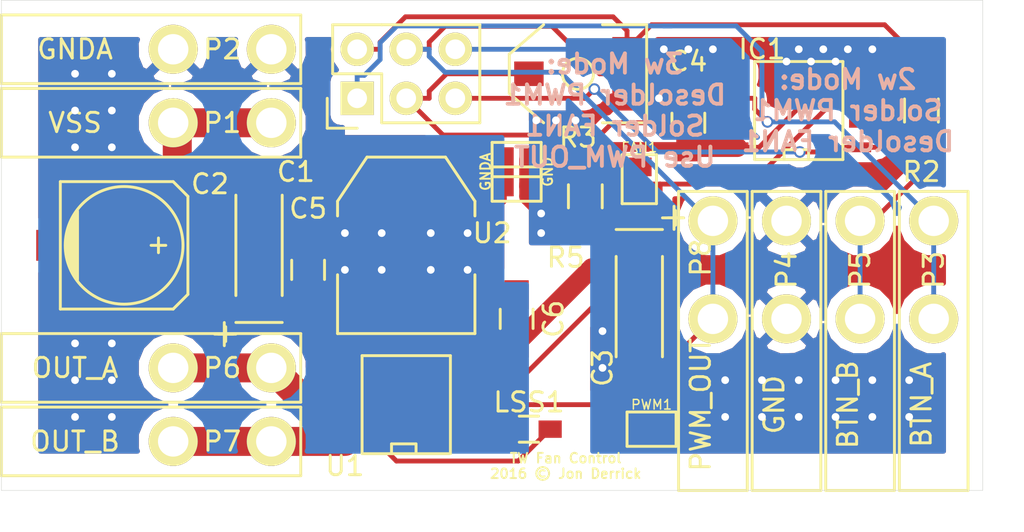
<source format=kicad_pcb>
(kicad_pcb (version 4) (host pcbnew 4.0.4-stable)

  (general
    (links 57)
    (no_connects 0)
    (area 152.387299 101.587299 203.212701 127.012701)
    (thickness 1.6)
    (drawings 8)
    (tracks 332)
    (zones 0)
    (modules 26)
    (nets 16)
  )

  (page A4)
  (layers
    (0 F.Cu signal)
    (31 B.Cu signal)
    (34 B.Paste user)
    (35 F.Paste user)
    (36 B.SilkS user)
    (37 F.SilkS user)
    (38 B.Mask user)
    (39 F.Mask user)
    (40 Dwgs.User user)
    (41 Cmts.User user)
    (42 Eco1.User user)
    (43 Eco2.User user)
    (44 Edge.Cuts user)
    (45 Margin user)
  )

  (setup
    (last_trace_width 0.25)
    (trace_clearance 0.2)
    (zone_clearance 0.508)
    (zone_45_only no)
    (trace_min 0.2)
    (segment_width 0.2)
    (edge_width 0.0254)
    (via_size 0.6)
    (via_drill 0.4)
    (via_min_size 0.4)
    (via_min_drill 0.3)
    (uvia_size 0.3)
    (uvia_drill 0.1)
    (uvias_allowed no)
    (uvia_min_size 0.2)
    (uvia_min_drill 0.1)
    (pcb_text_width 0.3)
    (pcb_text_size 1.5 1.5)
    (mod_edge_width 0.15)
    (mod_text_size 1 1)
    (mod_text_width 0.15)
    (pad_size 2.54 2.54)
    (pad_drill 1.5748)
    (pad_to_mask_clearance 0.2)
    (aux_axis_origin 0 0)
    (visible_elements 7FFFFFFF)
    (pcbplotparams
      (layerselection 0x00030_80000001)
      (usegerberextensions false)
      (excludeedgelayer true)
      (linewidth 0.100000)
      (plotframeref false)
      (viasonmask false)
      (mode 1)
      (useauxorigin false)
      (hpglpennumber 1)
      (hpglpenspeed 20)
      (hpglpendiameter 15)
      (hpglpenoverlay 2)
      (psnegative false)
      (psa4output false)
      (plotreference true)
      (plotvalue true)
      (plotinvisibletext false)
      (padsonsilk false)
      (subtractmaskfromsilk false)
      (outputformat 1)
      (mirror false)
      (drillshape 1)
      (scaleselection 1)
      (outputdirectory ""))
  )

  (net 0 "")
  (net 1 /MOSI)
  (net 2 GNDA)
  (net 3 VSS)
  (net 4 GND)
  (net 5 VCC)
  (net 6 /ADJ)
  (net 7 /RST)
  (net 8 /BTN_A)
  (net 9 /BTN_B)
  (net 10 /OUT_B)
  (net 11 /LSS)
  (net 12 "Net-(FAN1-Pad2)")
  (net 13 /PWM_B_2)
  (net 14 /PWM_A_EN)
  (net 15 /OUT_A_FAN)

  (net_class Default "This is the default net class."
    (clearance 0.2)
    (trace_width 0.25)
    (via_dia 0.6)
    (via_drill 0.4)
    (uvia_dia 0.3)
    (uvia_drill 0.1)
    (add_net /ADJ)
    (add_net /BTN_A)
    (add_net /BTN_B)
    (add_net /LSS)
    (add_net /MOSI)
    (add_net /OUT_B)
    (add_net /PWM_A_EN)
    (add_net /PWM_B_2)
    (add_net /RST)
    (add_net GND)
    (add_net "Net-(FAN1-Pad2)")
    (add_net VCC)
    (add_net VSS)
  )

  (net_class pwr ""
    (clearance 0.2)
    (trace_width 0.5)
    (via_dia 0.6)
    (via_drill 0.4)
    (uvia_dia 0.3)
    (uvia_drill 0.1)
    (add_net /OUT_A_FAN)
    (add_net GNDA)
  )

  (module Connect:GS2 (layer F.Cu) (tedit 57FC00BD) (tstamp 57FC00A6)
    (at 179.07 111.125 270)
    (descr "Pontet Goute de soudure")
    (path /57FC4261)
    (attr virtual)
    (fp_text reference GND2 (at 1.778 0 360) (layer F.SilkS) hide
      (effects (font (size 1 1) (thickness 0.15)))
    )
    (fp_text value 0 (at 1.524 0 360) (layer F.Fab) hide
      (effects (font (size 1 1) (thickness 0.15)))
    )
    (fp_line (start -0.889 -1.27) (end -0.889 1.27) (layer F.SilkS) (width 0.15))
    (fp_line (start 0.889 1.27) (end 0.889 -1.27) (layer F.SilkS) (width 0.15))
    (fp_line (start 0.889 1.27) (end -0.889 1.27) (layer F.SilkS) (width 0.15))
    (fp_line (start -0.889 -1.27) (end 0.889 -1.27) (layer F.SilkS) (width 0.15))
    (pad 1 smd rect (at 0 -0.635 270) (size 1.27 0.9652) (layers F.Cu F.Paste F.Mask)
      (net 4 GND))
    (pad 2 smd rect (at 0 0.635 270) (size 1.27 0.9652) (layers F.Cu F.Paste F.Mask)
      (net 2 GNDA))
  )

  (module SMD_Packages:SOIC-8-N (layer F.Cu) (tedit 57FC3616) (tstamp 57F1EC2F)
    (at 193.675 107.315 90)
    (descr "Module Narrow CMS SOJ 8 pins large")
    (tags "CMS SOJ")
    (path /57F1DCD8)
    (attr smd)
    (fp_text reference IC1 (at 3.175 -1.905 180) (layer F.SilkS)
      (effects (font (size 1 1) (thickness 0.15)))
    )
    (fp_text value ATTINY25-S (at 0 1.27 90) (layer F.Fab) hide
      (effects (font (size 1 1) (thickness 0.15)))
    )
    (fp_line (start -2.54 -2.286) (end 2.54 -2.286) (layer F.SilkS) (width 0.15))
    (fp_line (start 2.54 -2.286) (end 2.54 2.286) (layer F.SilkS) (width 0.15))
    (fp_line (start 2.54 2.286) (end -2.54 2.286) (layer F.SilkS) (width 0.15))
    (fp_line (start -2.54 2.286) (end -2.54 -2.286) (layer F.SilkS) (width 0.15))
    (fp_line (start -2.54 -0.762) (end -2.032 -0.762) (layer F.SilkS) (width 0.15))
    (fp_line (start -2.032 -0.762) (end -2.032 0.508) (layer F.SilkS) (width 0.15))
    (fp_line (start -2.032 0.508) (end -2.54 0.508) (layer F.SilkS) (width 0.15))
    (pad 8 smd rect (at -1.905 -3.175 90) (size 0.508 1.143) (layers F.Cu F.Paste F.Mask)
      (net 5 VCC))
    (pad 7 smd rect (at -0.635 -3.175 90) (size 0.508 1.143) (layers F.Cu F.Paste F.Mask)
      (net 6 /ADJ))
    (pad 6 smd rect (at 0.635 -3.175 90) (size 0.508 1.143) (layers F.Cu F.Paste F.Mask)
      (net 8 /BTN_A))
    (pad 5 smd rect (at 1.905 -3.175 90) (size 0.508 1.143) (layers F.Cu F.Paste F.Mask)
      (net 1 /MOSI))
    (pad 4 smd rect (at 1.905 3.175 90) (size 0.508 1.143) (layers F.Cu F.Paste F.Mask)
      (net 4 GND))
    (pad 3 smd rect (at 0.635 3.175 90) (size 0.508 1.143) (layers F.Cu F.Paste F.Mask)
      (net 14 /PWM_A_EN))
    (pad 2 smd rect (at -0.635 3.175 90) (size 0.508 1.143) (layers F.Cu F.Paste F.Mask)
      (net 9 /BTN_B))
    (pad 1 smd rect (at -1.905 3.175 90) (size 0.508 1.143) (layers F.Cu F.Paste F.Mask)
      (net 7 /RST))
    (model SMD_Packages.3dshapes/SOIC-8-N.wrl
      (at (xyz 0 0 0))
      (scale (xyz 0.5 0.38 0.5))
      (rotate (xyz 0 0 0))
    )
  )

  (module Capacitors_Tantalum_SMD:TantalC_SizeA_EIA-3216_HandSoldering (layer F.Cu) (tedit 57FC31FB) (tstamp 57F47D28)
    (at 165.735 114.3 90)
    (descr "Tantal Cap. , Size A, EIA-3216, Hand Soldering,")
    (tags "Tantal Cap. , Size A, EIA-3216, Hand Soldering,")
    (path /57F38C83)
    (attr smd)
    (fp_text reference C1 (at 3.81 1.905 360) (layer F.SilkS)
      (effects (font (size 1 1) (thickness 0.15)))
    )
    (fp_text value 10uF (at 0 0 90) (layer F.Fab)
      (effects (font (size 1 1) (thickness 0.15)))
    )
    (fp_text user + (at -4.59994 -1.80086 90) (layer F.SilkS)
      (effects (font (size 1 1) (thickness 0.15)))
    )
    (fp_line (start -2.60096 1.19888) (end 2.60096 1.19888) (layer F.SilkS) (width 0.15))
    (fp_line (start 2.60096 -1.19888) (end -2.60096 -1.19888) (layer F.SilkS) (width 0.15))
    (fp_line (start -4.59994 -2.2987) (end -4.59994 -1.19888) (layer F.SilkS) (width 0.15))
    (fp_line (start -5.19938 -1.79832) (end -4.0005 -1.79832) (layer F.SilkS) (width 0.15))
    (fp_line (start -3.99542 -1.19888) (end -3.99542 1.19888) (layer F.SilkS) (width 0.15))
    (pad 2 smd rect (at 1.99898 0 90) (size 2.99974 1.50114) (layers F.Cu F.Paste F.Mask)
      (net 2 GNDA))
    (pad 1 smd rect (at -1.99898 0 90) (size 2.99974 1.50114) (layers F.Cu F.Paste F.Mask)
      (net 3 VSS))
    (model Capacitors_Tantalum_SMD.3dshapes/TantalC_SizeA_EIA-3216_HandSoldering.wrl
      (at (xyz 0 0 0))
      (scale (xyz 1 1 1))
      (rotate (xyz 0 0 180))
    )
  )

  (module Capacitors_SMD:c_elec_6.3x5.8 (layer F.Cu) (tedit 57FC31DF) (tstamp 57F47D2E)
    (at 158.75 114.3)
    (descr "SMT capacitor, aluminium electrolytic, 6.3x5.8")
    (path /57F38D2D)
    (attr smd)
    (fp_text reference C2 (at 4.445 -3.175) (layer F.SilkS)
      (effects (font (size 1 1) (thickness 0.15)))
    )
    (fp_text value 100uF (at 0 1.905) (layer F.Fab)
      (effects (font (size 1 1) (thickness 0.15)))
    )
    (fp_line (start -4.85 -3.65) (end 4.85 -3.7) (layer F.CrtYd) (width 0.05))
    (fp_line (start 4.85 -3.7) (end 4.85 3.65) (layer F.CrtYd) (width 0.05))
    (fp_line (start 4.85 3.65) (end -4.85 3.65) (layer F.CrtYd) (width 0.05))
    (fp_line (start -4.85 3.65) (end -4.85 -3.65) (layer F.CrtYd) (width 0.05))
    (fp_line (start -2.921 -0.762) (end -2.921 0.762) (layer F.SilkS) (width 0.15))
    (fp_line (start -2.794 1.143) (end -2.794 -1.143) (layer F.SilkS) (width 0.15))
    (fp_line (start -2.667 -1.397) (end -2.667 1.397) (layer F.SilkS) (width 0.15))
    (fp_line (start -2.54 1.651) (end -2.54 -1.651) (layer F.SilkS) (width 0.15))
    (fp_line (start -2.413 -1.778) (end -2.413 1.778) (layer F.SilkS) (width 0.15))
    (fp_line (start -3.302 -3.302) (end -3.302 3.302) (layer F.SilkS) (width 0.15))
    (fp_line (start -3.302 3.302) (end 2.54 3.302) (layer F.SilkS) (width 0.15))
    (fp_line (start 2.54 3.302) (end 3.302 2.54) (layer F.SilkS) (width 0.15))
    (fp_line (start 3.302 2.54) (end 3.302 -2.54) (layer F.SilkS) (width 0.15))
    (fp_line (start 3.302 -2.54) (end 2.54 -3.302) (layer F.SilkS) (width 0.15))
    (fp_line (start 2.54 -3.302) (end -3.302 -3.302) (layer F.SilkS) (width 0.15))
    (fp_line (start 2.159 0) (end 1.397 0) (layer F.SilkS) (width 0.15))
    (fp_line (start 1.778 -0.381) (end 1.778 0.381) (layer F.SilkS) (width 0.15))
    (fp_circle (center 0 0) (end -3.048 0) (layer F.SilkS) (width 0.15))
    (pad 1 smd rect (at 2.75082 0) (size 3.59918 1.6002) (layers F.Cu F.Paste F.Mask)
      (net 3 VSS))
    (pad 2 smd rect (at -2.75082 0) (size 3.59918 1.6002) (layers F.Cu F.Paste F.Mask)
      (net 2 GNDA))
    (model Capacitors_SMD.3dshapes/c_elec_6.3x5.8.wrl
      (at (xyz 0 0 0))
      (scale (xyz 1 1 1))
      (rotate (xyz 0 0 0))
    )
  )

  (module Capacitors_Tantalum_SMD:TantalC_SizeA_EIA-3216_HandSoldering (layer F.Cu) (tedit 57FC35DB) (tstamp 57F47D34)
    (at 185.42 117.475 270)
    (descr "Tantal Cap. , Size A, EIA-3216, Hand Soldering,")
    (tags "Tantal Cap. , Size A, EIA-3216, Hand Soldering,")
    (path /57F36415)
    (attr smd)
    (fp_text reference C3 (at 3.175 1.905 270) (layer F.SilkS)
      (effects (font (size 1 1) (thickness 0.15)))
    )
    (fp_text value 10uF (at 0 1.905 270) (layer F.Fab)
      (effects (font (size 1 1) (thickness 0.15)))
    )
    (fp_text user + (at -4.59994 -1.80086 270) (layer F.SilkS)
      (effects (font (size 1 1) (thickness 0.15)))
    )
    (fp_line (start -2.60096 1.19888) (end 2.60096 1.19888) (layer F.SilkS) (width 0.15))
    (fp_line (start 2.60096 -1.19888) (end -2.60096 -1.19888) (layer F.SilkS) (width 0.15))
    (fp_line (start -4.59994 -2.2987) (end -4.59994 -1.19888) (layer F.SilkS) (width 0.15))
    (fp_line (start -5.19938 -1.79832) (end -4.0005 -1.79832) (layer F.SilkS) (width 0.15))
    (fp_line (start -3.99542 -1.19888) (end -3.99542 1.19888) (layer F.SilkS) (width 0.15))
    (pad 2 smd rect (at 1.99898 0 270) (size 2.99974 1.50114) (layers F.Cu F.Paste F.Mask)
      (net 4 GND))
    (pad 1 smd rect (at -1.99898 0 270) (size 2.99974 1.50114) (layers F.Cu F.Paste F.Mask)
      (net 5 VCC))
    (model Capacitors_Tantalum_SMD.3dshapes/TantalC_SizeA_EIA-3216_HandSoldering.wrl
      (at (xyz 0 0 0))
      (scale (xyz 1 1 1))
      (rotate (xyz 0 0 180))
    )
  )

  (module Capacitors_SMD:C_0805_HandSoldering (layer F.Cu) (tedit 57FC31C1) (tstamp 57F47D3A)
    (at 187.96 107.95 90)
    (descr "Capacitor SMD 0805, hand soldering")
    (tags "capacitor 0805")
    (path /57F36627)
    (attr smd)
    (fp_text reference C4 (at 3.175 0 180) (layer F.SilkS)
      (effects (font (size 1 1) (thickness 0.15)))
    )
    (fp_text value 0.1uF (at 4.445 0.635 180) (layer F.Fab)
      (effects (font (size 1 1) (thickness 0.15)))
    )
    (fp_line (start -1 0.625) (end -1 -0.625) (layer F.Fab) (width 0.15))
    (fp_line (start 1 0.625) (end -1 0.625) (layer F.Fab) (width 0.15))
    (fp_line (start 1 -0.625) (end 1 0.625) (layer F.Fab) (width 0.15))
    (fp_line (start -1 -0.625) (end 1 -0.625) (layer F.Fab) (width 0.15))
    (fp_line (start -2.3 -1) (end 2.3 -1) (layer F.CrtYd) (width 0.05))
    (fp_line (start -2.3 1) (end 2.3 1) (layer F.CrtYd) (width 0.05))
    (fp_line (start -2.3 -1) (end -2.3 1) (layer F.CrtYd) (width 0.05))
    (fp_line (start 2.3 -1) (end 2.3 1) (layer F.CrtYd) (width 0.05))
    (fp_line (start 0.5 -0.85) (end -0.5 -0.85) (layer F.SilkS) (width 0.15))
    (fp_line (start -0.5 0.85) (end 0.5 0.85) (layer F.SilkS) (width 0.15))
    (pad 1 smd rect (at -1.25 0 90) (size 1.5 1.25) (layers F.Cu F.Paste F.Mask)
      (net 5 VCC))
    (pad 2 smd rect (at 1.25 0 90) (size 1.5 1.25) (layers F.Cu F.Paste F.Mask)
      (net 4 GND))
    (model Capacitors_SMD.3dshapes/C_0805_HandSoldering.wrl
      (at (xyz 0 0 0))
      (scale (xyz 1 1 1))
      (rotate (xyz 0 0 0))
    )
  )

  (module Capacitors_SMD:C_0805_HandSoldering (layer F.Cu) (tedit 57FC31EC) (tstamp 57F47D40)
    (at 168.275 115.57 90)
    (descr "Capacitor SMD 0805, hand soldering")
    (tags "capacitor 0805")
    (path /57F374E8)
    (attr smd)
    (fp_text reference C5 (at 3.175 0 360) (layer F.SilkS)
      (effects (font (size 1 1) (thickness 0.15)))
    )
    (fp_text value 0.33uF (at 4.445 0.635 90) (layer F.Fab)
      (effects (font (size 1 1) (thickness 0.15)))
    )
    (fp_line (start -1 0.625) (end -1 -0.625) (layer F.Fab) (width 0.15))
    (fp_line (start 1 0.625) (end -1 0.625) (layer F.Fab) (width 0.15))
    (fp_line (start 1 -0.625) (end 1 0.625) (layer F.Fab) (width 0.15))
    (fp_line (start -1 -0.625) (end 1 -0.625) (layer F.Fab) (width 0.15))
    (fp_line (start -2.3 -1) (end 2.3 -1) (layer F.CrtYd) (width 0.05))
    (fp_line (start -2.3 1) (end 2.3 1) (layer F.CrtYd) (width 0.05))
    (fp_line (start -2.3 -1) (end -2.3 1) (layer F.CrtYd) (width 0.05))
    (fp_line (start 2.3 -1) (end 2.3 1) (layer F.CrtYd) (width 0.05))
    (fp_line (start 0.5 -0.85) (end -0.5 -0.85) (layer F.SilkS) (width 0.15))
    (fp_line (start -0.5 0.85) (end 0.5 0.85) (layer F.SilkS) (width 0.15))
    (pad 1 smd rect (at -1.25 0 90) (size 1.5 1.25) (layers F.Cu F.Paste F.Mask)
      (net 3 VSS))
    (pad 2 smd rect (at 1.25 0 90) (size 1.5 1.25) (layers F.Cu F.Paste F.Mask)
      (net 2 GNDA))
    (model Capacitors_SMD.3dshapes/C_0805_HandSoldering.wrl
      (at (xyz 0 0 0))
      (scale (xyz 1 1 1))
      (rotate (xyz 0 0 0))
    )
  )

  (module Capacitors_SMD:C_0805_HandSoldering (layer F.Cu) (tedit 57FC31D3) (tstamp 57F47D46)
    (at 179.07 118.11 90)
    (descr "Capacitor SMD 0805, hand soldering")
    (tags "capacitor 0805")
    (path /57F37575)
    (attr smd)
    (fp_text reference C6 (at 0 1.905 90) (layer F.SilkS)
      (effects (font (size 1 1) (thickness 0.15)))
    )
    (fp_text value 0.1uF (at 0 2.1 90) (layer F.Fab)
      (effects (font (size 1 1) (thickness 0.15)))
    )
    (fp_line (start -1 0.625) (end -1 -0.625) (layer F.Fab) (width 0.15))
    (fp_line (start 1 0.625) (end -1 0.625) (layer F.Fab) (width 0.15))
    (fp_line (start 1 -0.625) (end 1 0.625) (layer F.Fab) (width 0.15))
    (fp_line (start -1 -0.625) (end 1 -0.625) (layer F.Fab) (width 0.15))
    (fp_line (start -2.3 -1) (end 2.3 -1) (layer F.CrtYd) (width 0.05))
    (fp_line (start -2.3 1) (end 2.3 1) (layer F.CrtYd) (width 0.05))
    (fp_line (start -2.3 -1) (end -2.3 1) (layer F.CrtYd) (width 0.05))
    (fp_line (start 2.3 -1) (end 2.3 1) (layer F.CrtYd) (width 0.05))
    (fp_line (start 0.5 -0.85) (end -0.5 -0.85) (layer F.SilkS) (width 0.15))
    (fp_line (start -0.5 0.85) (end 0.5 0.85) (layer F.SilkS) (width 0.15))
    (pad 1 smd rect (at -1.25 0 90) (size 1.5 1.25) (layers F.Cu F.Paste F.Mask)
      (net 5 VCC))
    (pad 2 smd rect (at 1.25 0 90) (size 1.5 1.25) (layers F.Cu F.Paste F.Mask)
      (net 2 GNDA))
    (model Capacitors_SMD.3dshapes/C_0805_HandSoldering.wrl
      (at (xyz 0 0 0))
      (scale (xyz 1 1 1))
      (rotate (xyz 0 0 0))
    )
  )

  (module fancontrol:RIGHT_TERM (layer F.Cu) (tedit 57FDB579) (tstamp 57FBF253)
    (at 193.675 117.475 270)
    (path /57FC18A1)
    (fp_text reference P8 (at -2.54 5.08 270) (layer F.SilkS)
      (effects (font (size 1 1) (thickness 0.15)))
    )
    (fp_text value PWM_OUT (at 5.08 5.08 270) (layer F.SilkS)
      (effects (font (size 1 1) (thickness 0.15)))
    )
    (fp_line (start -5.969 6.223) (end 9.525 6.223) (layer F.SilkS) (width 0.15))
    (fp_line (start 9.525 6.223) (end 9.525 2.667) (layer F.SilkS) (width 0.15))
    (fp_line (start 9.525 2.667) (end -5.969 2.667) (layer F.SilkS) (width 0.15))
    (fp_line (start -5.969 2.667) (end -5.969 6.223) (layer F.SilkS) (width 0.15))
    (pad 2 thru_hole circle (at -4.445 4.445 270) (size 2.54 2.54) (drill 1.5748) (layers *.Cu *.Mask F.SilkS)
      (net 1 /MOSI))
    (pad 1 thru_hole circle (at 0.635 4.445 270) (size 2.54 2.54) (drill 1.5748) (layers *.Cu *.Mask F.SilkS)
      (net 1 /MOSI))
  )

  (module fancontrol:RIGHT_TERM (layer F.Cu) (tedit 57FDB56B) (tstamp 57F47D70)
    (at 161.925 128.905 180)
    (path /57F39CA3)
    (fp_text reference P7 (at -1.905 4.445 180) (layer F.SilkS)
      (effects (font (size 1 1) (thickness 0.15)))
    )
    (fp_text value OUT_B (at 5.715 4.445 180) (layer F.SilkS)
      (effects (font (size 1 1) (thickness 0.15)))
    )
    (fp_line (start -5.969 6.223) (end 9.525 6.223) (layer F.SilkS) (width 0.15))
    (fp_line (start 9.525 6.223) (end 9.525 2.667) (layer F.SilkS) (width 0.15))
    (fp_line (start 9.525 2.667) (end -5.969 2.667) (layer F.SilkS) (width 0.15))
    (fp_line (start -5.969 2.667) (end -5.969 6.223) (layer F.SilkS) (width 0.15))
    (pad 2 thru_hole circle (at -4.445 4.445 180) (size 2.54 2.54) (drill 1.5748) (layers *.Cu *.Mask F.SilkS)
      (net 10 /OUT_B))
    (pad 1 thru_hole circle (at 0.635 4.445 180) (size 2.54 2.54) (drill 1.5748) (layers *.Cu *.Mask F.SilkS)
      (net 10 /OUT_B))
  )

  (module fancontrol:RIGHT_TERM (layer F.Cu) (tedit 57FDB570) (tstamp 57F47D6A)
    (at 161.925 125.095 180)
    (path /57F39671)
    (fp_text reference P6 (at -1.905 4.445 180) (layer F.SilkS)
      (effects (font (size 1 1) (thickness 0.15)))
    )
    (fp_text value OUT_A (at 5.715 4.445 180) (layer F.SilkS)
      (effects (font (size 1 1) (thickness 0.15)))
    )
    (fp_line (start -5.969 6.223) (end 9.525 6.223) (layer F.SilkS) (width 0.15))
    (fp_line (start 9.525 6.223) (end 9.525 2.667) (layer F.SilkS) (width 0.15))
    (fp_line (start 9.525 2.667) (end -5.969 2.667) (layer F.SilkS) (width 0.15))
    (fp_line (start -5.969 2.667) (end -5.969 6.223) (layer F.SilkS) (width 0.15))
    (pad 2 thru_hole circle (at -4.445 4.445 180) (size 2.54 2.54) (drill 1.5748) (layers *.Cu *.Mask F.SilkS)
      (net 15 /OUT_A_FAN))
    (pad 1 thru_hole circle (at 0.635 4.445 180) (size 2.54 2.54) (drill 1.5748) (layers *.Cu *.Mask F.SilkS)
      (net 15 /OUT_A_FAN))
  )

  (module fancontrol:RIGHT_TERM (layer F.Cu) (tedit 57FDB583) (tstamp 57F47D64)
    (at 201.295 117.475 270)
    (path /57F394E4)
    (fp_text reference P5 (at -1.905 4.445 270) (layer F.SilkS)
      (effects (font (size 1 1) (thickness 0.15)))
    )
    (fp_text value BTN_B (at 5.08 5.08 270) (layer F.SilkS)
      (effects (font (size 1 1) (thickness 0.15)))
    )
    (fp_line (start -5.969 6.223) (end 9.525 6.223) (layer F.SilkS) (width 0.15))
    (fp_line (start 9.525 6.223) (end 9.525 2.667) (layer F.SilkS) (width 0.15))
    (fp_line (start 9.525 2.667) (end -5.969 2.667) (layer F.SilkS) (width 0.15))
    (fp_line (start -5.969 2.667) (end -5.969 6.223) (layer F.SilkS) (width 0.15))
    (pad 2 thru_hole circle (at -4.445 4.445 270) (size 2.54 2.54) (drill 1.5748) (layers *.Cu *.Mask F.SilkS)
      (net 9 /BTN_B))
    (pad 1 thru_hole circle (at 0.635 4.445 270) (size 2.54 2.54) (drill 1.5748) (layers *.Cu *.Mask F.SilkS)
      (net 9 /BTN_B))
  )

  (module fancontrol:RIGHT_TERM (layer F.Cu) (tedit 57FDB57C) (tstamp 57F47D5E)
    (at 197.485 117.475 270)
    (path /57F39435)
    (fp_text reference P4 (at -1.905 4.445 270) (layer F.SilkS)
      (effects (font (size 1 1) (thickness 0.15)))
    )
    (fp_text value GND (at 5.08 5.08 270) (layer F.SilkS)
      (effects (font (size 1 1) (thickness 0.15)))
    )
    (fp_line (start -5.969 6.223) (end 9.525 6.223) (layer F.SilkS) (width 0.15))
    (fp_line (start 9.525 6.223) (end 9.525 2.667) (layer F.SilkS) (width 0.15))
    (fp_line (start 9.525 2.667) (end -5.969 2.667) (layer F.SilkS) (width 0.15))
    (fp_line (start -5.969 2.667) (end -5.969 6.223) (layer F.SilkS) (width 0.15))
    (pad 2 thru_hole circle (at -4.445 4.445 270) (size 2.54 2.54) (drill 1.5748) (layers *.Cu *.Mask F.SilkS)
      (net 4 GND))
    (pad 1 thru_hole circle (at 0.635 4.445 270) (size 2.54 2.54) (drill 1.5748) (layers *.Cu *.Mask F.SilkS)
      (net 4 GND))
  )

  (module fancontrol:RIGHT_TERM (layer F.Cu) (tedit 57FDB587) (tstamp 57F47D58)
    (at 205.105 117.475 270)
    (path /57F393A0)
    (fp_text reference P3 (at -1.905 4.445 270) (layer F.SilkS)
      (effects (font (size 1 1) (thickness 0.15)))
    )
    (fp_text value BTN_A (at 5.08 5.08 270) (layer F.SilkS)
      (effects (font (size 1 1) (thickness 0.15)))
    )
    (fp_line (start -5.969 6.223) (end 9.525 6.223) (layer F.SilkS) (width 0.15))
    (fp_line (start 9.525 6.223) (end 9.525 2.667) (layer F.SilkS) (width 0.15))
    (fp_line (start 9.525 2.667) (end -5.969 2.667) (layer F.SilkS) (width 0.15))
    (fp_line (start -5.969 2.667) (end -5.969 6.223) (layer F.SilkS) (width 0.15))
    (pad 2 thru_hole circle (at -4.445 4.445 270) (size 2.54 2.54) (drill 1.5748) (layers *.Cu *.Mask F.SilkS)
      (net 8 /BTN_A))
    (pad 1 thru_hole circle (at 0.635 4.445 270) (size 2.54 2.54) (drill 1.5748) (layers *.Cu *.Mask F.SilkS)
      (net 8 /BTN_A))
  )

  (module fancontrol:RIGHT_TERM (layer F.Cu) (tedit 57FDB547) (tstamp 57F47D52)
    (at 161.925 108.585 180)
    (path /57F3933A)
    (fp_text reference P2 (at -1.905 4.445 180) (layer F.SilkS)
      (effects (font (size 1 1) (thickness 0.15)))
    )
    (fp_text value GNDA (at 5.715 4.445 180) (layer F.SilkS)
      (effects (font (size 1 1) (thickness 0.15)))
    )
    (fp_line (start -5.969 6.223) (end 9.525 6.223) (layer F.SilkS) (width 0.15))
    (fp_line (start 9.525 6.223) (end 9.525 2.667) (layer F.SilkS) (width 0.15))
    (fp_line (start 9.525 2.667) (end -5.969 2.667) (layer F.SilkS) (width 0.15))
    (fp_line (start -5.969 2.667) (end -5.969 6.223) (layer F.SilkS) (width 0.15))
    (pad 2 thru_hole circle (at -4.445 4.445 180) (size 2.54 2.54) (drill 1.5748) (layers *.Cu *.Mask F.SilkS)
      (net 2 GNDA))
    (pad 1 thru_hole circle (at 0.635 4.445 180) (size 2.54 2.54) (drill 1.5748) (layers *.Cu *.Mask F.SilkS)
      (net 2 GNDA))
  )

  (module fancontrol:RIGHT_TERM (layer F.Cu) (tedit 57FDB550) (tstamp 57F47D4C)
    (at 161.925 112.395 180)
    (path /57F39F8D)
    (fp_text reference P1 (at -1.905 4.445 180) (layer F.SilkS)
      (effects (font (size 1 1) (thickness 0.15)))
    )
    (fp_text value VSS (at 5.715 4.445 180) (layer F.SilkS)
      (effects (font (size 1 1) (thickness 0.15)))
    )
    (fp_line (start -5.969 6.223) (end 9.525 6.223) (layer F.SilkS) (width 0.15))
    (fp_line (start 9.525 6.223) (end 9.525 2.667) (layer F.SilkS) (width 0.15))
    (fp_line (start 9.525 2.667) (end -5.969 2.667) (layer F.SilkS) (width 0.15))
    (fp_line (start -5.969 2.667) (end -5.969 6.223) (layer F.SilkS) (width 0.15))
    (pad 2 thru_hole circle (at -4.445 4.445 180) (size 2.54 2.54) (drill 1.5748) (layers *.Cu *.Mask F.SilkS)
      (net 3 VSS))
    (pad 1 thru_hole circle (at 0.635 4.445 180) (size 2.54 2.54) (drill 1.5748) (layers *.Cu *.Mask F.SilkS)
      (net 3 VSS))
  )

  (module Resistors_SMD:R_0805_HandSoldering (layer F.Cu) (tedit 57FBFA9B) (tstamp 57F47D7C)
    (at 200.025 107.315 270)
    (descr "Resistor SMD 0805, hand soldering")
    (tags "resistor 0805")
    (path /57F362CB)
    (attr smd)
    (fp_text reference R2 (at 3.175 0 360) (layer F.SilkS)
      (effects (font (size 1 1) (thickness 0.15)))
    )
    (fp_text value 4.7k (at -3.81 0 360) (layer F.Fab)
      (effects (font (size 1 1) (thickness 0.15)))
    )
    (fp_line (start -2.4 -1) (end 2.4 -1) (layer F.CrtYd) (width 0.05))
    (fp_line (start -2.4 1) (end 2.4 1) (layer F.CrtYd) (width 0.05))
    (fp_line (start -2.4 -1) (end -2.4 1) (layer F.CrtYd) (width 0.05))
    (fp_line (start 2.4 -1) (end 2.4 1) (layer F.CrtYd) (width 0.05))
    (fp_line (start 0.6 0.875) (end -0.6 0.875) (layer F.SilkS) (width 0.15))
    (fp_line (start -0.6 -0.875) (end 0.6 -0.875) (layer F.SilkS) (width 0.15))
    (pad 1 smd rect (at -1.35 0 270) (size 1.5 1.3) (layers F.Cu F.Paste F.Mask)
      (net 5 VCC))
    (pad 2 smd rect (at 1.35 0 270) (size 1.5 1.3) (layers F.Cu F.Paste F.Mask)
      (net 7 /RST))
    (model Resistors_SMD.3dshapes/R_0805_HandSoldering.wrl
      (at (xyz 0 0 0))
      (scale (xyz 1 1 1))
      (rotate (xyz 0 0 0))
    )
  )

  (module SMD_Packages:POT_SMD (layer F.Cu) (tedit 57FC39BA) (tstamp 57F47D83)
    (at 182.245 105.41 90)
    (descr "module CMS Potentiometre")
    (tags "CMS POT")
    (path /57F36C24)
    (attr smd)
    (fp_text reference R3 (at -3.302 0 180) (layer F.SilkS)
      (effects (font (size 1 1) (thickness 0.15)))
    )
    (fp_text value 50k (at 0 0.635 90) (layer F.Fab)
      (effects (font (size 1 1) (thickness 0.15)))
    )
    (fp_line (start -2.54 1.27) (end -2.54 3.556) (layer F.SilkS) (width 0.15))
    (fp_line (start -2.54 3.556) (end 2.54 3.556) (layer F.SilkS) (width 0.15))
    (fp_line (start 2.54 3.556) (end 2.54 1.27) (layer F.SilkS) (width 0.15))
    (fp_line (start -2.54 -1.778) (end -1.016 -3.556) (layer F.SilkS) (width 0.15))
    (fp_line (start -1.016 -3.556) (end 1.016 -3.556) (layer F.SilkS) (width 0.15))
    (fp_line (start 1.016 -3.556) (end 2.54 -1.778) (layer F.SilkS) (width 0.15))
    (fp_circle (center 0 0) (end 0.254 -0.762) (layer F.SilkS) (width 0.15))
    (pad 1 smd rect (at -1.27 2.54 90) (size 1.27 1.524) (layers F.Cu F.Paste F.Mask)
      (net 4 GND))
    (pad 2 smd rect (at 0 -2.54 90) (size 1.27 1.524) (layers F.Cu F.Paste F.Mask)
      (net 6 /ADJ))
    (pad 3 smd rect (at 1.27 2.54 90) (size 1.27 1.524) (layers F.Cu F.Paste F.Mask)
      (net 5 VCC))
  )

  (module TO_SOT_Packages_SMD:SOT-223 (layer F.Cu) (tedit 57FC363F) (tstamp 57F47D9D)
    (at 173.355 114.3)
    (descr "module CMS SOT223 4 pins")
    (tags "CMS SOT")
    (path /57F36D9E)
    (attr smd)
    (fp_text reference U2 (at 4.445 -0.635) (layer F.SilkS)
      (effects (font (size 1 1) (thickness 0.15)))
    )
    (fp_text value TC1262-33VDB (at 0 0.762) (layer F.Fab) hide
      (effects (font (size 1 1) (thickness 0.15)))
    )
    (fp_line (start -3.556 1.524) (end -3.556 4.572) (layer F.SilkS) (width 0.15))
    (fp_line (start -3.556 4.572) (end 3.556 4.572) (layer F.SilkS) (width 0.15))
    (fp_line (start 3.556 4.572) (end 3.556 1.524) (layer F.SilkS) (width 0.15))
    (fp_line (start -3.556 -1.524) (end -3.556 -2.286) (layer F.SilkS) (width 0.15))
    (fp_line (start -3.556 -2.286) (end -2.032 -4.572) (layer F.SilkS) (width 0.15))
    (fp_line (start -2.032 -4.572) (end 2.032 -4.572) (layer F.SilkS) (width 0.15))
    (fp_line (start 2.032 -4.572) (end 3.556 -2.286) (layer F.SilkS) (width 0.15))
    (fp_line (start 3.556 -2.286) (end 3.556 -1.524) (layer F.SilkS) (width 0.15))
    (pad 4 smd rect (at 0 -3.302) (size 3.6576 2.032) (layers F.Cu F.Paste F.Mask)
      (net 2 GNDA))
    (pad 2 smd rect (at 0 3.302) (size 1.016 2.032) (layers F.Cu F.Paste F.Mask)
      (net 2 GNDA))
    (pad 3 smd rect (at 2.286 3.302) (size 1.016 2.032) (layers F.Cu F.Paste F.Mask)
      (net 5 VCC))
    (pad 1 smd rect (at -2.286 3.302) (size 1.016 2.032) (layers F.Cu F.Paste F.Mask)
      (net 3 VSS))
    (model TO_SOT_Packages_SMD.3dshapes/SOT-223.wrl
      (at (xyz 0 0 0))
      (scale (xyz 0.4 0.4 0.4))
      (rotate (xyz 0 0 0))
    )
  )

  (module fancontrol:SOIC-8-N-PAD (layer F.Cu) (tedit 57FC37C2) (tstamp 57F47D95)
    (at 173.355 122.555 90)
    (descr "Module Narrow CMS SOJ 8 pins large thermal pad")
    (tags "CMS SOJ")
    (path /57F3846B)
    (attr smd)
    (fp_text reference U1 (at -3.175 -3.175 180) (layer F.SilkS)
      (effects (font (size 1 1) (thickness 0.15)))
    )
    (fp_text value A4953 (at 0 1.27 90) (layer F.Fab)
      (effects (font (size 1 1) (thickness 0.15)))
    )
    (fp_line (start -2.54 -2.286) (end 2.54 -2.286) (layer F.SilkS) (width 0.15))
    (fp_line (start 2.54 -2.286) (end 2.54 2.286) (layer F.SilkS) (width 0.15))
    (fp_line (start 2.54 2.286) (end -2.54 2.286) (layer F.SilkS) (width 0.15))
    (fp_line (start -2.54 2.286) (end -2.54 -2.286) (layer F.SilkS) (width 0.15))
    (fp_line (start -2.54 -0.762) (end -2.032 -0.762) (layer F.SilkS) (width 0.15))
    (fp_line (start -2.032 -0.762) (end -2.032 0.508) (layer F.SilkS) (width 0.15))
    (fp_line (start -2.032 0.508) (end -2.54 0.508) (layer F.SilkS) (width 0.15))
    (pad 8 smd rect (at -1.905 -3.175 90) (size 0.508 1.143) (layers F.Cu F.Paste F.Mask)
      (net 10 /OUT_B))
    (pad 7 smd rect (at -0.635 -3.175 90) (size 0.508 1.143) (layers F.Cu F.Paste F.Mask)
      (net 11 /LSS))
    (pad 6 smd rect (at 0.635 -3.175 90) (size 0.508 1.143) (layers F.Cu F.Paste F.Mask)
      (net 15 /OUT_A_FAN))
    (pad 5 smd rect (at 1.905 -3.175 90) (size 0.508 1.143) (layers F.Cu F.Paste F.Mask)
      (net 3 VSS))
    (pad 4 smd rect (at 1.905 3.175 90) (size 0.508 1.143) (layers F.Cu F.Paste F.Mask)
      (net 5 VCC))
    (pad 3 smd rect (at 0.635 3.175 90) (size 0.508 1.143) (layers F.Cu F.Paste F.Mask)
      (net 14 /PWM_A_EN))
    (pad 2 smd rect (at -0.635 3.175 90) (size 0.508 1.143) (layers F.Cu F.Paste F.Mask)
      (net 13 /PWM_B_2))
    (pad 1 smd rect (at -1.905 3.175 90) (size 0.508 1.143) (layers F.Cu F.Paste F.Mask)
      (net 2 GNDA))
    (pad 1 smd rect (at 0 0 90) (size 3.3 2.4) (layers F.Cu F.Paste F.Mask)
      (net 2 GNDA))
    (model SMD_Packages.3dshapes/SOIC-8-N.wrl
      (at (xyz 0 0 0))
      (scale (xyz 0.5 0.38 0.5))
      (rotate (xyz 0 0 0))
    )
  )

  (module Resistors_SMD:R_0805_HandSoldering (layer F.Cu) (tedit 57FC3556) (tstamp 57FB302A)
    (at 182.626 111.76 270)
    (descr "Resistor SMD 0805, hand soldering")
    (tags "resistor 0805")
    (path /57FB3A55)
    (attr smd)
    (fp_text reference R5 (at 3.175 1.016 360) (layer F.SilkS)
      (effects (font (size 1 1) (thickness 0.15)))
    )
    (fp_text value 4.7k (at 3.175 0.635 360) (layer F.Fab)
      (effects (font (size 1 1) (thickness 0.15)))
    )
    (fp_line (start -2.4 -1) (end 2.4 -1) (layer F.CrtYd) (width 0.05))
    (fp_line (start -2.4 1) (end 2.4 1) (layer F.CrtYd) (width 0.05))
    (fp_line (start -2.4 -1) (end -2.4 1) (layer F.CrtYd) (width 0.05))
    (fp_line (start 2.4 -1) (end 2.4 1) (layer F.CrtYd) (width 0.05))
    (fp_line (start 0.6 0.875) (end -0.6 0.875) (layer F.SilkS) (width 0.15))
    (fp_line (start -0.6 -0.875) (end 0.6 -0.875) (layer F.SilkS) (width 0.15))
    (pad 1 smd rect (at -1.35 0 270) (size 1.5 1.3) (layers F.Cu F.Paste F.Mask)
      (net 12 "Net-(FAN1-Pad2)"))
    (pad 2 smd rect (at 1.35 0 270) (size 1.5 1.3) (layers F.Cu F.Paste F.Mask)
      (net 4 GND))
    (model Resistors_SMD.3dshapes/R_0805_HandSoldering.wrl
      (at (xyz 0 0 0))
      (scale (xyz 1 1 1))
      (rotate (xyz 0 0 0))
    )
  )

  (module Resistors_SMD:R_0603_HandSoldering (layer F.Cu) (tedit 57FC39B1) (tstamp 57FBF958)
    (at 179.705 123.825 180)
    (descr "Resistor SMD 0603, hand soldering")
    (tags "resistor 0603")
    (path /57F3ABFA)
    (attr smd)
    (fp_text reference LSS1 (at 0 1.397 180) (layer F.SilkS)
      (effects (font (size 1 1) (thickness 0.15)))
    )
    (fp_text value 0 (at 0 1.9 180) (layer F.Fab) hide
      (effects (font (size 1 1) (thickness 0.15)))
    )
    (fp_line (start -2 -0.8) (end 2 -0.8) (layer F.CrtYd) (width 0.05))
    (fp_line (start -2 0.8) (end 2 0.8) (layer F.CrtYd) (width 0.05))
    (fp_line (start -2 -0.8) (end -2 0.8) (layer F.CrtYd) (width 0.05))
    (fp_line (start 2 -0.8) (end 2 0.8) (layer F.CrtYd) (width 0.05))
    (fp_line (start 0.5 0.675) (end -0.5 0.675) (layer F.SilkS) (width 0.15))
    (fp_line (start -0.5 -0.675) (end 0.5 -0.675) (layer F.SilkS) (width 0.15))
    (pad 1 smd rect (at -1.1 0 180) (size 1.2 0.9) (layers F.Cu F.Paste F.Mask)
      (net 11 /LSS))
    (pad 2 smd rect (at 1.1 0 180) (size 1.2 0.9) (layers F.Cu F.Paste F.Mask)
      (net 2 GNDA))
    (model Resistors_SMD.3dshapes/R_0603_HandSoldering.wrl
      (at (xyz 0 0 0))
      (scale (xyz 1 1 1))
      (rotate (xyz 0 0 0))
    )
  )

  (module Pin_Headers:Pin_Header_Straight_2x03 (layer F.Cu) (tedit 57FC3682) (tstamp 57FBF9C8)
    (at 170.815 106.68 90)
    (descr "Through hole pin header")
    (tags "pin header")
    (path /57F1DE39)
    (fp_text reference CON1 (at 0 -5.1 90) (layer F.SilkS) hide
      (effects (font (size 1 1) (thickness 0.15)))
    )
    (fp_text value AVR-ISP-6 (at -2.54 2.54 180) (layer F.Fab) hide
      (effects (font (size 1 1) (thickness 0.15)))
    )
    (fp_line (start -1.27 1.27) (end -1.27 6.35) (layer F.SilkS) (width 0.15))
    (fp_line (start -1.55 -1.55) (end 0 -1.55) (layer F.SilkS) (width 0.15))
    (fp_line (start -1.75 -1.75) (end -1.75 6.85) (layer F.CrtYd) (width 0.05))
    (fp_line (start 4.3 -1.75) (end 4.3 6.85) (layer F.CrtYd) (width 0.05))
    (fp_line (start -1.75 -1.75) (end 4.3 -1.75) (layer F.CrtYd) (width 0.05))
    (fp_line (start -1.75 6.85) (end 4.3 6.85) (layer F.CrtYd) (width 0.05))
    (fp_line (start 1.27 -1.27) (end 1.27 1.27) (layer F.SilkS) (width 0.15))
    (fp_line (start 1.27 1.27) (end -1.27 1.27) (layer F.SilkS) (width 0.15))
    (fp_line (start -1.27 6.35) (end 3.81 6.35) (layer F.SilkS) (width 0.15))
    (fp_line (start 3.81 6.35) (end 3.81 1.27) (layer F.SilkS) (width 0.15))
    (fp_line (start -1.55 -1.55) (end -1.55 0) (layer F.SilkS) (width 0.15))
    (fp_line (start 3.81 -1.27) (end 1.27 -1.27) (layer F.SilkS) (width 0.15))
    (fp_line (start 3.81 1.27) (end 3.81 -1.27) (layer F.SilkS) (width 0.15))
    (pad 1 thru_hole rect (at 0 0 90) (size 1.7272 1.7272) (drill 1.016) (layers *.Cu *.Mask F.SilkS)
      (net 8 /BTN_A))
    (pad 2 thru_hole oval (at 2.54 0 90) (size 1.7272 1.7272) (drill 1.016) (layers *.Cu *.Mask F.SilkS)
      (net 5 VCC))
    (pad 3 thru_hole oval (at 0 2.54 90) (size 1.7272 1.7272) (drill 1.016) (layers *.Cu *.Mask F.SilkS)
      (net 6 /ADJ))
    (pad 4 thru_hole oval (at 2.54 2.54 90) (size 1.7272 1.7272) (drill 1.016) (layers *.Cu *.Mask F.SilkS)
      (net 1 /MOSI))
    (pad 5 thru_hole oval (at 0 5.08 90) (size 1.7272 1.7272) (drill 1.016) (layers *.Cu *.Mask F.SilkS)
      (net 7 /RST))
    (pad 6 thru_hole oval (at 2.54 5.08 90) (size 1.7272 1.7272) (drill 1.016) (layers *.Cu *.Mask F.SilkS)
      (net 4 GND))
    (model Pin_Headers.3dshapes/Pin_Header_Straight_2x03.wrl
      (at (xyz 0.05 -0.1 0))
      (scale (xyz 1 1 1))
      (rotate (xyz 0 0 90))
    )
  )

  (module Connect:GS2 (layer F.Cu) (tedit 57FC00DD) (tstamp 57FC000B)
    (at 179.07 109.855 90)
    (descr "Pontet Goute de soudure")
    (path /57F3717E)
    (attr virtual)
    (fp_text reference GND1 (at 1.778 0 180) (layer F.SilkS) hide
      (effects (font (size 1 1) (thickness 0.15)))
    )
    (fp_text value 0 (at 1.524 0 180) (layer F.Fab) hide
      (effects (font (size 1 1) (thickness 0.15)))
    )
    (fp_line (start -0.889 -1.27) (end -0.889 1.27) (layer F.SilkS) (width 0.15))
    (fp_line (start 0.889 1.27) (end 0.889 -1.27) (layer F.SilkS) (width 0.15))
    (fp_line (start 0.889 1.27) (end -0.889 1.27) (layer F.SilkS) (width 0.15))
    (fp_line (start -0.889 -1.27) (end 0.889 -1.27) (layer F.SilkS) (width 0.15))
    (pad 1 smd rect (at 0 -0.635 90) (size 1.27 0.9652) (layers F.Cu F.Paste F.Mask)
      (net 2 GNDA))
    (pad 2 smd rect (at 0 0.635 90) (size 1.27 0.9652) (layers F.Cu F.Paste F.Mask)
      (net 4 GND))
  )

  (module Connect:GS2 (layer F.Cu) (tedit 57FC319D) (tstamp 57FC019C)
    (at 185.42 110.871 180)
    (descr "Pontet Goute de soudure")
    (path /57FB34AA)
    (attr virtual)
    (fp_text reference FAN1 (at 0 1.651 180) (layer F.SilkS)
      (effects (font (size 0.5 0.5) (thickness 0.075)))
    )
    (fp_text value 0 (at 1.524 0 270) (layer F.Fab)
      (effects (font (size 1 1) (thickness 0.15)))
    )
    (fp_line (start -0.889 -1.27) (end -0.889 1.27) (layer F.SilkS) (width 0.15))
    (fp_line (start 0.889 1.27) (end 0.889 -1.27) (layer F.SilkS) (width 0.15))
    (fp_line (start 0.889 1.27) (end -0.889 1.27) (layer F.SilkS) (width 0.15))
    (fp_line (start -0.889 -1.27) (end 0.889 -1.27) (layer F.SilkS) (width 0.15))
    (pad 1 smd rect (at 0 -0.635 180) (size 1.27 0.9652) (layers F.Cu F.Paste F.Mask)
      (net 14 /PWM_A_EN))
    (pad 2 smd rect (at 0 0.635 180) (size 1.27 0.9652) (layers F.Cu F.Paste F.Mask)
      (net 12 "Net-(FAN1-Pad2)"))
  )

  (module Connect:GS2 (layer F.Cu) (tedit 57FC31B2) (tstamp 57FC01A1)
    (at 186.055 123.825 90)
    (descr "Pontet Goute de soudure")
    (path /57FC09FA)
    (attr virtual)
    (fp_text reference PWM1 (at 1.27 0 180) (layer F.SilkS)
      (effects (font (size 0.5 0.5) (thickness 0.075)))
    )
    (fp_text value 0 (at 1.524 0 180) (layer F.Fab) hide
      (effects (font (size 1 1) (thickness 0.15)))
    )
    (fp_line (start -0.889 -1.27) (end -0.889 1.27) (layer F.SilkS) (width 0.15))
    (fp_line (start 0.889 1.27) (end 0.889 -1.27) (layer F.SilkS) (width 0.15))
    (fp_line (start 0.889 1.27) (end -0.889 1.27) (layer F.SilkS) (width 0.15))
    (fp_line (start -0.889 -1.27) (end 0.889 -1.27) (layer F.SilkS) (width 0.15))
    (pad 1 smd rect (at 0 -0.635 90) (size 1.27 0.9652) (layers F.Cu F.Paste F.Mask)
      (net 13 /PWM_B_2))
    (pad 2 smd rect (at 0 0.635 90) (size 1.27 0.9652) (layers F.Cu F.Paste F.Mask)
      (net 1 /MOSI))
  )

  (gr_text "2w Mode:\nSolder PWM1\nDesolder FAN1\n" (at 196.215 107.315) (layer B.SilkS)
    (effects (font (size 1 1) (thickness 0.2)) (justify mirror))
  )
  (gr_text "GNDA\n\n\n\nGND" (at 179.07 110.49 90) (layer F.SilkS)
    (effects (font (size 0.5 0.5) (thickness 0.1)))
  )
  (gr_text "3w Mode:\nDesolder PWM1\nSolder FAN1\nUse PWM_OUT" (at 184.15 107.315) (layer B.SilkS)
    (effects (font (size 1 1) (thickness 0.2)) (justify mirror))
  )
  (gr_text "TW Fan Control\n2016 © Jon Derrick" (at 181.61 125.73) (layer F.SilkS)
    (effects (font (size 0.5 0.5) (thickness 0.1)))
  )
  (gr_line (start 203.2 101.6) (end 152.4 101.6) (angle 90) (layer Edge.Cuts) (width 0.0254))
  (gr_line (start 203.2 127) (end 203.2 101.6) (angle 90) (layer Edge.Cuts) (width 0.0254))
  (gr_line (start 152.4 127) (end 203.2 127) (angle 90) (layer Edge.Cuts) (width 0.0254))
  (gr_line (start 152.4 101.6) (end 152.4 127) (angle 90) (layer Edge.Cuts) (width 0.0254))

  (segment (start 186.69 120.65) (end 186.69 123.825) (width 0.25) (layer F.Cu) (net 1))
  (segment (start 189.23 118.11) (end 186.69 120.65) (width 0.25) (layer F.Cu) (net 1))
  (segment (start 173.355 104.14) (end 174.5439 104.14) (width 0.25) (layer F.Cu) (net 1))
  (segment (start 173.355 104.14) (end 174.5439 104.14) (width 0.25) (layer B.Cu) (net 1))
  (segment (start 189.23 118.11) (end 189.23 113.03) (width 0.25) (layer B.Cu) (net 1))
  (segment (start 174.5439 103.7684) (end 174.5439 104.14) (width 0.25) (layer F.Cu) (net 1))
  (segment (start 175.3612 102.9511) (end 174.5439 103.7684) (width 0.25) (layer F.Cu) (net 1))
  (segment (start 180.9046 102.9511) (end 175.3612 102.9511) (width 0.25) (layer F.Cu) (net 1))
  (segment (start 183.3635 105.41) (end 180.9046 102.9511) (width 0.25) (layer F.Cu) (net 1))
  (segment (start 190.5 105.41) (end 183.3635 105.41) (width 0.25) (layer F.Cu) (net 1))
  (segment (start 189.0329 113.03) (end 189.23 113.03) (width 0.25) (layer B.Cu) (net 1))
  (segment (start 181.3318 105.3289) (end 189.0329 113.03) (width 0.25) (layer B.Cu) (net 1))
  (segment (start 175.3612 105.3289) (end 181.3318 105.3289) (width 0.25) (layer B.Cu) (net 1))
  (segment (start 174.5439 104.5116) (end 175.3612 105.3289) (width 0.25) (layer B.Cu) (net 1))
  (segment (start 174.5439 104.14) (end 174.5439 104.5116) (width 0.25) (layer B.Cu) (net 1))
  (segment (start 178.435 109.855) (end 178.435 111.125) (width 0.8) (layer F.Cu) (net 2))
  (segment (start 176.53 124.46) (end 175.26 124.46) (width 1) (layer F.Cu) (net 2))
  (segment (start 175.26 124.46) (end 173.355 122.555) (width 1) (layer F.Cu) (net 2) (tstamp 57FC2412))
  (segment (start 176.53 124.46) (end 177.97 124.46) (width 1) (layer F.Cu) (net 2))
  (segment (start 177.97 124.46) (end 178.605 123.825) (width 1) (layer F.Cu) (net 2) (tstamp 57FC2405))
  (segment (start 155.99918 114.3) (end 155.99918 119.16918) (width 1) (layer F.Cu) (net 2))
  (segment (start 155.99918 119.16918) (end 156.21 119.38) (width 1) (layer F.Cu) (net 2) (tstamp 57FC2296))
  (segment (start 155.99918 114.3) (end 155.99918 109.43082) (width 1) (layer F.Cu) (net 2))
  (segment (start 155.99918 109.43082) (end 156.21 109.22) (width 1) (layer F.Cu) (net 2) (tstamp 57FC228E))
  (segment (start 173.355 110.998) (end 173.355 116.205) (width 1) (layer F.Cu) (net 2))
  (segment (start 173.355 122.555) (end 173.355 116.205) (width 1) (layer F.Cu) (net 2))
  (segment (start 173.355 116.205) (end 173.355 115.57) (width 1) (layer F.Cu) (net 2) (tstamp 57FC2195))
  (segment (start 173.355 115.57) (end 172.085 114.3) (width 1) (layer F.Cu) (net 2) (tstamp 57FC207D))
  (segment (start 172.085 114.3) (end 172.085 113.665) (width 1) (layer F.Cu) (net 2) (tstamp 57FC208C))
  (via (at 172.085 113.665) (size 0.6) (layers F.Cu B.Cu) (net 2))
  (segment (start 174.625 113.665) (end 176.53 113.665) (width 0.25) (layer F.Cu) (net 2))
  (segment (start 174.625 113.665) (end 172.085 113.665) (width 0.25) (layer B.Cu) (net 2))
  (via (at 174.625 113.665) (size 0.6) (layers F.Cu B.Cu) (net 2))
  (segment (start 161.29 104.14) (end 158.75 106.68) (width 0.25) (layer F.Cu) (net 2))
  (segment (start 177.8 112.649) (end 177.546 112.649) (width 0.25) (layer F.Cu) (net 2))
  (segment (start 177.546 112.649) (end 176.53 113.665) (width 0.25) (layer F.Cu) (net 2) (tstamp 57FC1862))
  (segment (start 178.435 111.125) (end 178.435 112.014) (width 0.25) (layer F.Cu) (net 2))
  (segment (start 178.435 112.014) (end 177.8 112.649) (width 0.25) (layer F.Cu) (net 2) (tstamp 57FC1813))
  (segment (start 178.435 111.125) (end 178.308 110.998) (width 0.25) (layer F.Cu) (net 2) (tstamp 57FC10BD))
  (segment (start 178.308 110.998) (end 173.355 110.998) (width 0.25) (layer F.Cu) (net 2) (tstamp 57FC10BE))
  (via (at 176.53 113.665) (size 0.6) (layers F.Cu B.Cu) (net 2))
  (segment (start 173.355 110.998) (end 170.307 110.998) (width 0.25) (layer F.Cu) (net 2))
  (segment (start 170.307 110.998) (end 170.18 111.125) (width 0.25) (layer F.Cu) (net 2))
  (segment (start 170.18 111.125) (end 170.18 113.665) (width 0.25) (layer F.Cu) (net 2))
  (segment (start 170.18 113.665) (end 170.18 115.57) (width 0.25) (layer B.Cu) (net 2))
  (segment (start 170.18 115.57) (end 172.085 115.57) (width 0.25) (layer F.Cu) (net 2))
  (segment (start 172.085 115.57) (end 174.625 115.57) (width 0.25) (layer B.Cu) (net 2))
  (segment (start 174.625 115.57) (end 176.53 115.57) (width 0.25) (layer F.Cu) (net 2))
  (segment (start 176.53 115.57) (end 176.53 113.665) (width 0.25) (layer B.Cu) (net 2))
  (via (at 170.18 113.665) (size 0.6) (layers F.Cu B.Cu) (net 2))
  (via (at 170.18 115.57) (size 0.6) (layers F.Cu B.Cu) (net 2))
  (via (at 172.085 115.57) (size 0.6) (layers F.Cu B.Cu) (net 2))
  (via (at 174.625 115.57) (size 0.6) (layers F.Cu B.Cu) (net 2))
  (via (at 176.53 115.57) (size 0.6) (layers F.Cu B.Cu) (net 2))
  (via (at 158.115 119.38) (size 0.6) (layers F.Cu B.Cu) (net 2))
  (segment (start 156.21 119.38) (end 156.21 121.285) (width 0.25) (layer B.Cu) (net 2))
  (segment (start 156.21 121.285) (end 156.21 123.19) (width 0.25) (layer F.Cu) (net 2))
  (segment (start 156.21 123.19) (end 158.115 123.19) (width 0.25) (layer B.Cu) (net 2))
  (segment (start 158.115 123.19) (end 158.115 121.285) (width 0.25) (layer F.Cu) (net 2))
  (segment (start 158.115 121.285) (end 158.115 119.38) (width 0.25) (layer B.Cu) (net 2))
  (via (at 156.21 119.38) (size 0.6) (layers F.Cu B.Cu) (net 2))
  (via (at 156.21 121.285) (size 0.6) (layers F.Cu B.Cu) (net 2))
  (via (at 156.21 123.19) (size 0.6) (layers F.Cu B.Cu) (net 2))
  (via (at 158.115 123.19) (size 0.6) (layers F.Cu B.Cu) (net 2))
  (via (at 158.115 121.285) (size 0.6) (layers F.Cu B.Cu) (net 2))
  (via (at 158.115 109.22) (size 0.6) (layers F.Cu B.Cu) (net 2))
  (via (at 156.21 109.22) (size 0.6) (layers F.Cu B.Cu) (net 2))
  (via (at 156.21 107.315) (size 0.6) (layers F.Cu B.Cu) (net 2))
  (via (at 158.115 107.315) (size 0.6) (layers F.Cu B.Cu) (net 2))
  (via (at 158.115 105.41) (size 0.6) (layers F.Cu B.Cu) (net 2))
  (via (at 156.21 105.41) (size 0.6) (layers F.Cu B.Cu) (net 2))
  (segment (start 155.999 119.169) (end 156.21 119.38) (width 0.25) (layer F.Cu) (net 2))
  (segment (start 155.999 114.3) (end 155.999 119.169) (width 0.25) (layer F.Cu) (net 2))
  (segment (start 156.21 109.22) (end 158.115 109.22) (width 0.25) (layer B.Cu) (net 2))
  (segment (start 156.21 107.315) (end 156.21 109.22) (width 0.25) (layer F.Cu) (net 2))
  (segment (start 158.115 107.315) (end 156.21 107.315) (width 0.25) (layer B.Cu) (net 2))
  (segment (start 156.21 105.41) (end 158.115 105.41) (width 0.25) (layer B.Cu) (net 2))
  (segment (start 158.75 106.68) (end 158.115 106.68) (width 0.25) (layer F.Cu) (net 2))
  (segment (start 157.48 106.68) (end 156.21 105.41) (width 0.25) (layer F.Cu) (net 2))
  (segment (start 158.115 106.68) (end 157.48 106.68) (width 0.25) (layer F.Cu) (net 2))
  (segment (start 158.115 105.41) (end 158.115 106.68) (width 0.25) (layer F.Cu) (net 2))
  (segment (start 158.115 106.68) (end 158.115 107.315) (width 0.25) (layer F.Cu) (net 2))
  (segment (start 170.18 120.4573) (end 171.069 119.5683) (width 1.5) (layer F.Cu) (net 3))
  (segment (start 170.18 120.65) (end 170.18 120.4573) (width 1.5) (layer F.Cu) (net 3))
  (segment (start 171.069 117.602) (end 171.069 118.5851) (width 1.5) (layer F.Cu) (net 3))
  (segment (start 171.069 118.5851) (end 171.069 119.5683) (width 1.5) (layer F.Cu) (net 3))
  (segment (start 161.5008 107.95) (end 161.5008 112.5496) (width 1.5) (layer F.Cu) (net 3))
  (segment (start 161.29 107.95) (end 161.5008 107.95) (width 1.5) (layer F.Cu) (net 3))
  (segment (start 161.5008 107.95) (end 166.37 107.95) (width 1.5) (layer F.Cu) (net 3))
  (segment (start 169.3039 116.82) (end 168.275 116.82) (width 1.5) (layer F.Cu) (net 3))
  (segment (start 171.069 118.5851) (end 169.3039 116.82) (width 1.5) (layer F.Cu) (net 3))
  (segment (start 167.9569 116.82) (end 167.4359 116.299) (width 1.5) (layer F.Cu) (net 3))
  (segment (start 168.275 116.82) (end 167.9569 116.82) (width 1.5) (layer F.Cu) (net 3))
  (segment (start 165.735 116.299) (end 167.4359 116.299) (width 1.5) (layer F.Cu) (net 3))
  (segment (start 161.5008 114.1005) (end 161.5008 112.5496) (width 1.5) (layer F.Cu) (net 3))
  (segment (start 161.5008 114.1005) (end 161.5008 114.3) (width 1.5) (layer F.Cu) (net 3))
  (segment (start 163.7855 116.0504) (end 164.0341 116.299) (width 1.5) (layer F.Cu) (net 3))
  (segment (start 161.5008 116.0504) (end 163.7855 116.0504) (width 1.5) (layer F.Cu) (net 3))
  (segment (start 161.5008 114.3) (end 161.5008 116.0504) (width 1.5) (layer F.Cu) (net 3))
  (segment (start 165.735 116.299) (end 164.0341 116.299) (width 1.5) (layer F.Cu) (net 3))
  (segment (start 189.23 104.14) (end 187.96 104.14) (width 0.25) (layer F.Cu) (net 4))
  (segment (start 186.436 106.68) (end 184.785 106.68) (width 0.25) (layer F.Cu) (net 4))
  (via (at 186.436 106.68) (size 0.6) (drill 0.4) (layers F.Cu B.Cu) (net 4))
  (segment (start 186.69 106.426) (end 186.436 106.68) (width 0.25) (layer B.Cu) (net 4) (tstamp 57FC29F6))
  (via (at 186.69 104.14) (size 0.6) (drill 0.4) (layers F.Cu B.Cu) (net 4))
  (segment (start 187.96 104.14) (end 186.69 104.14) (width 0.25) (layer B.Cu) (net 4) (tstamp 57FC29ED))
  (segment (start 186.69 104.14) (end 186.69 106.426) (width 0.25) (layer B.Cu) (net 4))
  (via (at 187.96 104.14) (size 0.6) (drill 0.4) (layers F.Cu B.Cu) (net 4))
  (via (at 189.23 104.14) (size 0.6) (drill 0.4) (layers F.Cu B.Cu) (net 4))
  (segment (start 189.23 104.14) (end 196.215 104.14) (width 0.25) (layer F.Cu) (net 4))
  (segment (start 196.215 104.14) (end 196.85 104.775) (width 0.25) (layer F.Cu) (net 4) (tstamp 57FC29CC))
  (segment (start 196.85 104.775) (end 196.85 105.41) (width 0.25) (layer F.Cu) (net 4) (tstamp 57FC29D0))
  (segment (start 191.77 104.14) (end 189.23 104.14) (width 0.25) (layer F.Cu) (net 4) (tstamp 57FC12D7))
  (segment (start 191.77 104.14) (end 194.945 104.14) (width 0.25) (layer F.Cu) (net 4))
  (via (at 197.485 104.14) (size 0.6) (drill 0.4) (layers F.Cu B.Cu) (net 4))
  (segment (start 196.85 105.41) (end 196.85 104.775) (width 0.25) (layer B.Cu) (net 4))
  (segment (start 196.85 104.775) (end 197.485 104.14) (width 0.25) (layer B.Cu) (net 4) (tstamp 57FC2946))
  (segment (start 197.485 104.14) (end 196.215 104.14) (width 0.25) (layer B.Cu) (net 4) (tstamp 57FC1158))
  (via (at 196.215 104.14) (size 0.6) (drill 0.4) (layers F.Cu B.Cu) (net 4))
  (segment (start 196.215 104.14) (end 194.945 104.14) (width 0.25) (layer F.Cu) (net 4) (tstamp 57FC115B))
  (segment (start 194.945 104.14) (end 193.675 104.14) (width 0.25) (layer B.Cu) (net 4))
  (via (at 193.675 104.14) (size 0.6) (drill 0.4) (layers F.Cu B.Cu) (net 4))
  (segment (start 193.675 104.14) (end 193.04 104.775) (width 0.25) (layer F.Cu) (net 4) (tstamp 57FC2930))
  (segment (start 193.04 104.775) (end 193.04 104.775) (width 0.25) (layer F.Cu) (net 4) (tstamp 57FC2931))
  (via (at 193.04 104.775) (size 0.6) (drill 0.4) (layers F.Cu B.Cu) (net 4))
  (segment (start 193.04 104.775) (end 194.31 104.775) (width 0.25) (layer B.Cu) (net 4) (tstamp 57FC2938))
  (via (at 194.31 104.775) (size 0.6) (drill 0.4) (layers F.Cu B.Cu) (net 4))
  (segment (start 194.31 104.775) (end 195.58 104.775) (width 0.25) (layer F.Cu) (net 4) (tstamp 57FC293E))
  (via (at 195.58 104.775) (size 0.6) (drill 0.4) (layers F.Cu B.Cu) (net 4))
  (via (at 194.945 104.14) (size 0.6) (drill 0.4) (layers F.Cu B.Cu) (net 4))
  (segment (start 182.118 107.823) (end 183.007 107.823) (width 0.5) (layer F.Cu) (net 4))
  (segment (start 183.769 107.315) (end 183.896 107.188) (width 0.5) (layer F.Cu) (net 4) (tstamp 57FC28B7))
  (segment (start 183.515 107.315) (end 183.769 107.315) (width 0.5) (layer F.Cu) (net 4) (tstamp 57FC28A0))
  (segment (start 183.007 107.823) (end 183.515 107.315) (width 0.5) (layer F.Cu) (net 4) (tstamp 57FC289B))
  (segment (start 184.785 106.68) (end 184.023 106.68) (width 0.5) (layer F.Cu) (net 4))
  (segment (start 184.023 106.68) (end 182.88 107.823) (width 0.5) (layer F.Cu) (net 4) (tstamp 57FC287C))
  (segment (start 182.88 107.823) (end 182.118 107.823) (width 0.5) (layer F.Cu) (net 4) (tstamp 57FC287F))
  (via (at 180.086 107.823) (size 0.6) (drill 0.4) (layers F.Cu B.Cu) (net 4))
  (segment (start 181.102 107.823) (end 180.086 107.823) (width 0.25) (layer F.Cu) (net 4) (tstamp 57FC17BE))
  (via (at 181.102 107.823) (size 0.6) (drill 0.4) (layers F.Cu B.Cu) (net 4))
  (segment (start 182.118 107.823) (end 181.102 107.823) (width 0.25) (layer B.Cu) (net 4) (tstamp 57FC17B9))
  (via (at 182.118 107.823) (size 0.6) (drill 0.4) (layers F.Cu B.Cu) (net 4))
  (segment (start 187.96 106.7) (end 184.805 106.7) (width 1) (layer F.Cu) (net 4))
  (segment (start 184.805 106.7) (end 184.785 106.68) (width 1) (layer F.Cu) (net 4) (tstamp 57FC2857))
  (segment (start 182.245 113.11) (end 180.801 113.11) (width 0.25) (layer F.Cu) (net 4))
  (via (at 180.34 112.649) (size 0.6) (drill 0.4) (layers F.Cu B.Cu) (net 4))
  (segment (start 180.801 113.11) (end 180.34 112.649) (width 0.25) (layer F.Cu) (net 4) (tstamp 57FC2253))
  (segment (start 179.705 111.125) (end 179.705 111.252) (width 1) (layer F.Cu) (net 4))
  (segment (start 179.705 111.252) (end 181.563 113.11) (width 1) (layer F.Cu) (net 4) (tstamp 57FC2209))
  (segment (start 181.563 113.11) (end 182.245 113.11) (width 1) (layer F.Cu) (net 4) (tstamp 57FC2215))
  (segment (start 182.245 113.11) (end 181.055 113.11) (width 1) (layer F.Cu) (net 4))
  (segment (start 181.055 113.11) (end 180.594 112.649) (width 1) (layer F.Cu) (net 4) (tstamp 57FC21DC))
  (segment (start 180.594 112.649) (end 179.705 111.76) (width 1) (layer F.Cu) (net 4) (tstamp 57FC2202))
  (segment (start 179.705 111.76) (end 179.705 109.855) (width 1) (layer F.Cu) (net 4) (tstamp 57FC21DF))
  (segment (start 182.245 113.11) (end 180.42 113.11) (width 0.25) (layer F.Cu) (net 4))
  (segment (start 184.785 106.68) (end 184.277 106.68) (width 0.25) (layer F.Cu) (net 4))
  (via (at 180.34 113.665) (size 0.6) (drill 0.4) (layers F.Cu B.Cu) (net 4))
  (segment (start 180.34 113.19) (end 180.34 113.665) (width 0.25) (layer F.Cu) (net 4) (tstamp 57FC173E))
  (segment (start 180.42 113.11) (end 180.34 113.19) (width 0.25) (layer F.Cu) (net 4) (tstamp 57FC173B))
  (segment (start 175.895 104.14) (end 182.245 104.14) (width 0.25) (layer B.Cu) (net 4))
  (segment (start 184.785 106.68) (end 184.404 106.68) (width 0.25) (layer F.Cu) (net 4))
  (segment (start 184.805 106.7) (end 184.785 106.68) (width 0.25) (layer F.Cu) (net 4) (tstamp 57FC1310))
  (segment (start 179.705 111.125) (end 179.705 109.855) (width 0.25) (layer F.Cu) (net 4))
  (segment (start 185.42 119.47398) (end 184.24398 119.47398) (width 0.25) (layer F.Cu) (net 4))
  (via (at 183.515 120.65) (size 0.6) (drill 0.4) (layers F.Cu B.Cu) (net 4))
  (segment (start 183.515 118.745) (end 183.515 120.65) (width 0.25) (layer B.Cu) (net 4) (tstamp 57FC1030))
  (via (at 183.515 118.745) (size 0.6) (drill 0.4) (layers F.Cu B.Cu) (net 4))
  (segment (start 184.24398 119.47398) (end 183.515 118.745) (width 0.25) (layer F.Cu) (net 4) (tstamp 57FC102A))
  (via (at 189.865 123.19) (size 0.6) (layers F.Cu B.Cu) (net 4))
  (via (at 189.865 121.285) (size 0.6) (layers F.Cu B.Cu) (net 4))
  (via (at 191.77 121.285) (size 0.6) (layers F.Cu B.Cu) (net 4))
  (via (at 191.77 123.19) (size 0.6) (layers F.Cu B.Cu) (net 4))
  (via (at 193.675 123.19) (size 0.6) (layers F.Cu B.Cu) (net 4))
  (via (at 193.675 121.285) (size 0.6) (layers F.Cu B.Cu) (net 4))
  (via (at 195.58 121.285) (size 0.6) (layers F.Cu B.Cu) (net 4))
  (via (at 195.58 123.19) (size 0.6) (layers F.Cu B.Cu) (net 4))
  (via (at 197.485 123.19) (size 0.6) (layers F.Cu B.Cu) (net 4))
  (via (at 197.485 121.285) (size 0.6) (layers F.Cu B.Cu) (net 4))
  (via (at 199.39 121.285) (size 0.6) (layers F.Cu B.Cu) (net 4))
  (via (at 199.39 123.19) (size 0.6) (layers F.Cu B.Cu) (net 4))
  (segment (start 189.865 121.285) (end 189.865 123.19) (width 0.25) (layer B.Cu) (net 4))
  (segment (start 191.77 121.285) (end 189.865 121.285) (width 0.25) (layer F.Cu) (net 4))
  (segment (start 191.77 123.19) (end 191.77 121.285) (width 0.25) (layer B.Cu) (net 4))
  (segment (start 193.675 123.19) (end 191.77 123.19) (width 0.25) (layer F.Cu) (net 4))
  (segment (start 193.675 121.285) (end 193.675 123.19) (width 0.25) (layer B.Cu) (net 4))
  (segment (start 195.58 121.285) (end 193.675 121.285) (width 0.25) (layer F.Cu) (net 4))
  (segment (start 195.58 123.19) (end 195.58 121.285) (width 0.25) (layer B.Cu) (net 4))
  (segment (start 197.485 123.19) (end 195.58 123.19) (width 0.25) (layer F.Cu) (net 4))
  (segment (start 197.485 121.285) (end 197.485 123.19) (width 0.25) (layer B.Cu) (net 4))
  (segment (start 199.39 121.285) (end 197.485 121.285) (width 0.25) (layer F.Cu) (net 4))
  (segment (start 199.39 123.19) (end 199.39 121.285) (width 0.25) (layer B.Cu) (net 4))
  (segment (start 198.755 122.555) (end 199.39 123.19) (width 0.25) (layer F.Cu) (net 4))
  (segment (start 197.485 122.555) (end 198.755 122.555) (width 0.25) (layer F.Cu) (net 4))
  (segment (start 193.04 118.11) (end 197.485 122.555) (width 0.25) (layer F.Cu) (net 4))
  (segment (start 185.42 115.47602) (end 185.42 113.792) (width 0.5) (layer F.Cu) (net 5))
  (segment (start 181.570002 109.2) (end 187.96 109.2) (width 0.5) (layer F.Cu) (net 5) (tstamp 57FC27D5))
  (segment (start 181.102 109.668002) (end 181.570002 109.2) (width 0.5) (layer F.Cu) (net 5) (tstamp 57FC27D2))
  (segment (start 181.102 111.305494) (end 181.102 109.668002) (width 0.5) (layer F.Cu) (net 5) (tstamp 57FC27CF))
  (segment (start 181.583253 111.786747) (end 181.102 111.305494) (width 0.5) (layer F.Cu) (net 5) (tstamp 57FC27CD))
  (segment (start 183.414747 111.786747) (end 181.583253 111.786747) (width 0.5) (layer F.Cu) (net 5) (tstamp 57FC27C6))
  (segment (start 185.42 113.792) (end 183.414747 111.786747) (width 0.5) (layer F.Cu) (net 5) (tstamp 57FC27C1))
  (segment (start 185.42 114.046) (end 185.42 115.47602) (width 0.5) (layer F.Cu) (net 5) (tstamp 57FC2639))
  (segment (start 190.5 109.22) (end 187.98 109.22) (width 1) (layer F.Cu) (net 5))
  (segment (start 187.98 109.22) (end 187.96 109.2) (width 1) (layer F.Cu) (net 5) (tstamp 57FC25AE))
  (segment (start 185.42 115.47602) (end 182.95398 115.47602) (width 1) (layer F.Cu) (net 5))
  (segment (start 182.95398 115.47602) (end 179.07 119.36) (width 1) (layer F.Cu) (net 5) (tstamp 57FC2554))
  (segment (start 179.07 119.36) (end 179.07 119.761) (width 1) (layer F.Cu) (net 5))
  (segment (start 179.07 119.761) (end 178.181 120.65) (width 1) (layer F.Cu) (net 5) (tstamp 57FC2546))
  (segment (start 178.181 120.65) (end 176.53 120.65) (width 1) (layer F.Cu) (net 5) (tstamp 57FC2549))
  (segment (start 176.53 120.65) (end 177.292 119.888) (width 1) (layer F.Cu) (net 5))
  (segment (start 177.292 119.888) (end 178.542 119.888) (width 1) (layer F.Cu) (net 5) (tstamp 57FC24FE))
  (segment (start 178.542 119.888) (end 179.07 119.36) (width 1) (layer F.Cu) (net 5) (tstamp 57FC2500))
  (segment (start 179.07 119.36) (end 176.51 119.36) (width 1) (layer F.Cu) (net 5))
  (segment (start 176.51 119.36) (end 176.53 119.38) (width 1) (layer F.Cu) (net 5) (tstamp 57FC24F7))
  (segment (start 175.641 117.602) (end 175.641 118.491) (width 1) (layer F.Cu) (net 5))
  (segment (start 175.641 118.491) (end 176.53 119.38) (width 1) (layer F.Cu) (net 5) (tstamp 57FC24DF))
  (segment (start 176.53 119.38) (end 176.53 120.65) (width 1) (layer F.Cu) (net 5) (tstamp 57FC24ED))
  (segment (start 179.07 119.36) (end 179.07 119.253) (width 0.25) (layer F.Cu) (net 5))
  (segment (start 179.07 119.253) (end 182.626 115.697) (width 0.25) (layer F.Cu) (net 5) (tstamp 57FC1BE4))
  (segment (start 182.626 115.697) (end 184.658 115.697) (width 0.25) (layer F.Cu) (net 5) (tstamp 57FC1BE9))
  (segment (start 179.07 119.36) (end 178.7168 119.36) (width 0.25) (layer F.Cu) (net 5))
  (segment (start 179.07 119.36) (end 178.582 119.36) (width 0.25) (layer F.Cu) (net 5))
  (segment (start 200.025 105.965) (end 200.025 104.775) (width 0.25) (layer F.Cu) (net 5))
  (segment (start 186.055 102.87) (end 184.785 104.14) (width 0.25) (layer F.Cu) (net 5) (tstamp 57FC123A))
  (segment (start 198.12 102.87) (end 186.055 102.87) (width 0.25) (layer F.Cu) (net 5) (tstamp 57FC122E))
  (segment (start 200.025 104.775) (end 198.12 102.87) (width 0.25) (layer F.Cu) (net 5) (tstamp 57FC1225))
  (segment (start 170.815 104.14) (end 172.0039 104.14) (width 0.25) (layer F.Cu) (net 5))
  (segment (start 172.0039 103.7685) (end 172.0039 104.14) (width 0.25) (layer F.Cu) (net 5))
  (segment (start 173.3141 102.4583) (end 172.0039 103.7685) (width 0.25) (layer F.Cu) (net 5))
  (segment (start 184.0636 102.4583) (end 173.3141 102.4583) (width 0.25) (layer F.Cu) (net 5))
  (segment (start 184.785 103.1797) (end 184.0636 102.4583) (width 0.25) (layer F.Cu) (net 5))
  (segment (start 184.785 104.14) (end 184.785 103.6598) (width 0.25) (layer F.Cu) (net 5))
  (segment (start 184.785 103.6598) (end 184.785 103.1797) (width 0.25) (layer F.Cu) (net 5))
  (segment (start 200.025 105.965) (end 199.5374 105.965) (width 0.25) (layer F.Cu) (net 5))
  (segment (start 199.5374 105.965) (end 199.0497 105.965) (width 0.25) (layer F.Cu) (net 5))
  (segment (start 199.513 105.9894) (end 199.5374 105.965) (width 0.25) (layer F.Cu) (net 5))
  (segment (start 194.8531 105.9894) (end 199.513 105.9894) (width 0.25) (layer F.Cu) (net 5))
  (segment (start 191.6225 109.22) (end 194.8531 105.9894) (width 0.25) (layer F.Cu) (net 5))
  (segment (start 190.5 109.22) (end 191.6225 109.22) (width 0.25) (layer F.Cu) (net 5))
  (segment (start 179.07 119.36) (end 178.6076 119.36) (width 0.25) (layer F.Cu) (net 5))
  (segment (start 190.5 109.22) (end 189.6032 109.22) (width 0.25) (layer F.Cu) (net 5))
  (segment (start 187.96 109.2) (end 189.5832 109.2) (width 0.25) (layer F.Cu) (net 5))
  (segment (start 189.5832 109.2) (end 189.6032 109.22) (width 0.25) (layer F.Cu) (net 5))
  (segment (start 182.4916 115.476) (end 183.253 115.476) (width 0.25) (layer F.Cu) (net 5))
  (segment (start 178.6076 119.36) (end 182.4916 115.476) (width 0.25) (layer F.Cu) (net 5))
  (segment (start 183.253 115.476) (end 185.42 115.476) (width 0.25) (layer F.Cu) (net 5))
  (segment (start 190.5 107.95) (end 184.023 107.95) (width 0.25) (layer F.Cu) (net 6))
  (segment (start 175.26 108.585) (end 173.355 106.68) (width 0.25) (layer F.Cu) (net 6) (tstamp 57FC136B))
  (segment (start 183.388 108.585) (end 175.26 108.585) (width 0.25) (layer F.Cu) (net 6) (tstamp 57FC1369))
  (segment (start 184.023 107.95) (end 183.388 108.585) (width 0.25) (layer F.Cu) (net 6) (tstamp 57FC1366))
  (segment (start 173.355 106.68) (end 174.5439 106.68) (width 0.25) (layer F.Cu) (net 6))
  (segment (start 174.5439 106.3085) (end 174.5439 106.68) (width 0.25) (layer F.Cu) (net 6))
  (segment (start 175.4424 105.41) (end 174.5439 106.3085) (width 0.25) (layer F.Cu) (net 6))
  (segment (start 179.705 105.41) (end 175.4424 105.41) (width 0.25) (layer F.Cu) (net 6))
  (via (at 183.0908 106.2036) (size 0.6) (layers F.Cu B.Cu) (net 7))
  (via (at 193.7289 109.4619) (size 0.6) (layers F.Cu B.Cu) (net 7))
  (segment (start 198.3018 108.665) (end 197.7468 109.22) (width 0.25) (layer F.Cu) (net 7))
  (segment (start 200.025 108.665) (end 198.3018 108.665) (width 0.25) (layer F.Cu) (net 7))
  (segment (start 197.1858 109.22) (end 197.7468 109.22) (width 0.25) (layer F.Cu) (net 7))
  (segment (start 197.1858 109.22) (end 196.85 109.22) (width 0.25) (layer F.Cu) (net 7))
  (segment (start 182.6144 106.68) (end 183.0908 106.2036) (width 0.25) (layer F.Cu) (net 7))
  (segment (start 175.895 106.68) (end 182.6144 106.68) (width 0.25) (layer F.Cu) (net 7))
  (segment (start 186.3491 109.4619) (end 193.7289 109.4619) (width 0.25) (layer B.Cu) (net 7))
  (segment (start 183.0908 106.2036) (end 186.3491 109.4619) (width 0.25) (layer B.Cu) (net 7))
  (segment (start 195.7113 109.4619) (end 195.9532 109.22) (width 0.25) (layer F.Cu) (net 7))
  (segment (start 193.7289 109.4619) (end 195.7113 109.4619) (width 0.25) (layer F.Cu) (net 7))
  (segment (start 196.85 109.22) (end 195.9532 109.22) (width 0.25) (layer F.Cu) (net 7))
  (segment (start 186.69 102.9314) (end 190.4386 102.9314) (width 0.25) (layer B.Cu) (net 8))
  (segment (start 191.77 107.6187) (end 192.0547 107.9034) (width 0.25) (layer B.Cu) (net 8) (tstamp 57FC12CB))
  (segment (start 191.77 104.2628) (end 191.77 107.6187) (width 0.25) (layer B.Cu) (net 8) (tstamp 57FC12BC))
  (segment (start 190.4386 102.9314) (end 191.77 104.2628) (width 0.25) (layer B.Cu) (net 8) (tstamp 57FC12B7))
  (via (at 192.0547 107.9034) (size 0.6) (layers F.Cu B.Cu) (net 8))
  (segment (start 192.0547 107.9034) (end 191.3968 107.2455) (width 0.25) (layer F.Cu) (net 8))
  (segment (start 191.3968 107.2455) (end 191.3968 106.68) (width 0.25) (layer F.Cu) (net 8))
  (segment (start 190.5 106.68) (end 191.3968 106.68) (width 0.25) (layer F.Cu) (net 8))
  (segment (start 200.66 118.11) (end 200.66 113.03) (width 0.25) (layer B.Cu) (net 8))
  (segment (start 195.5334 107.9034) (end 192.0547 107.9034) (width 0.25) (layer B.Cu) (net 8))
  (segment (start 200.66 113.03) (end 195.5334 107.9034) (width 0.25) (layer B.Cu) (net 8))
  (segment (start 172.873 102.9314) (end 186.69 102.9314) (width 0.25) (layer B.Cu) (net 8))
  (segment (start 186.69 102.9314) (end 187.0827 102.9314) (width 0.25) (layer B.Cu) (net 8) (tstamp 57FC12B5))
  (segment (start 172.0039 103.8005) (end 172.873 102.9314) (width 0.25) (layer B.Cu) (net 8))
  (segment (start 172.0039 104.6738) (end 172.0039 103.8005) (width 0.25) (layer B.Cu) (net 8))
  (segment (start 171.1866 105.4911) (end 172.0039 104.6738) (width 0.25) (layer B.Cu) (net 8))
  (segment (start 170.815 105.4911) (end 171.1866 105.4911) (width 0.25) (layer B.Cu) (net 8))
  (segment (start 170.815 106.68) (end 170.815 105.4911) (width 0.25) (layer B.Cu) (net 8))
  (segment (start 196.85 118.11) (end 196.85 113.03) (width 0.25) (layer B.Cu) (net 9))
  (segment (start 197.5285 113.03) (end 196.85 113.03) (width 0.25) (layer F.Cu) (net 9))
  (segment (start 201.0004 109.5581) (end 197.5285 113.03) (width 0.25) (layer F.Cu) (net 9))
  (segment (start 201.0004 107.7099) (end 201.0004 109.5581) (width 0.25) (layer F.Cu) (net 9))
  (segment (start 200.8801 107.5896) (end 201.0004 107.7099) (width 0.25) (layer F.Cu) (net 9))
  (segment (start 198.1072 107.5896) (end 200.8801 107.5896) (width 0.25) (layer F.Cu) (net 9))
  (segment (start 197.7468 107.95) (end 198.1072 107.5896) (width 0.25) (layer F.Cu) (net 9))
  (segment (start 196.85 107.95) (end 197.7468 107.95) (width 0.25) (layer F.Cu) (net 9))
  (segment (start 170.18 124.46) (end 166.37 124.46) (width 1.5) (layer F.Cu) (net 10))
  (segment (start 161.29 124.46) (end 166.37 124.46) (width 1.5) (layer F.Cu) (net 10))
  (segment (start 170.18 123.19) (end 170.561 123.19) (width 0.25) (layer F.Cu) (net 11))
  (segment (start 170.561 123.19) (end 172.847 125.476) (width 0.25) (layer F.Cu) (net 11) (tstamp 57FC2CD5))
  (segment (start 179.154 125.476) (end 180.805 123.825) (width 0.25) (layer F.Cu) (net 11) (tstamp 57FC2CEE))
  (segment (start 172.847 125.476) (end 179.154 125.476) (width 0.25) (layer F.Cu) (net 11) (tstamp 57FC2CE3))
  (segment (start 170.688 123.19) (end 170.18 123.19) (width 0.25) (layer F.Cu) (net 11) (tstamp 57FC2C4B))
  (segment (start 185.42 110.236) (end 182.8 110.236) (width 0.25) (layer F.Cu) (net 12))
  (segment (start 182.8 110.236) (end 182.626 110.41) (width 0.25) (layer F.Cu) (net 12) (tstamp 57FC27A5))
  (segment (start 176.53 123.19) (end 177.165 123.19) (width 0.25) (layer F.Cu) (net 13))
  (segment (start 184.404 123.825) (end 185.42 123.825) (width 0.25) (layer F.Cu) (net 13) (tstamp 57FC23F6))
  (segment (start 183.134 122.555) (end 184.404 123.825) (width 0.25) (layer F.Cu) (net 13) (tstamp 57FC23F2))
  (segment (start 177.8 122.555) (end 183.134 122.555) (width 0.25) (layer F.Cu) (net 13) (tstamp 57FC23EE))
  (segment (start 177.165 123.19) (end 177.8 122.555) (width 0.25) (layer F.Cu) (net 13) (tstamp 57FC23EC))
  (segment (start 186.4988 111.125) (end 185.801 111.125) (width 0.25) (layer F.Cu) (net 14))
  (segment (start 185.801 111.125) (end 185.42 111.506) (width 0.25) (layer F.Cu) (net 14) (tstamp 57FC2771))
  (segment (start 196.85 106.68) (end 195.9532 106.68) (width 0.25) (layer F.Cu) (net 14))
  (segment (start 178.5754 121.92) (end 176.53 121.92) (width 0.25) (layer F.Cu) (net 14))
  (segment (start 183.1941 117.3013) (end 178.5754 121.92) (width 0.25) (layer F.Cu) (net 14))
  (segment (start 186.3936 117.3013) (end 183.1941 117.3013) (width 0.25) (layer F.Cu) (net 14))
  (segment (start 186.4988 117.1961) (end 186.3936 117.3013) (width 0.25) (layer F.Cu) (net 14))
  (segment (start 186.4988 111.125) (end 186.4988 117.1961) (width 0.25) (layer F.Cu) (net 14))
  (segment (start 191.1815 111.125) (end 186.4988 111.125) (width 0.25) (layer F.Cu) (net 14))
  (segment (start 195.6265 106.68) (end 191.1815 111.125) (width 0.25) (layer F.Cu) (net 14))
  (segment (start 195.9532 106.68) (end 195.6265 106.68) (width 0.25) (layer F.Cu) (net 14))
  (segment (start 170.3832 122.3518) (end 170.5356 122.3518) (width 0.5) (layer F.Cu) (net 15))
  (segment (start 170.7642 122.1232) (end 170.7642 121.92) (width 0.5) (layer F.Cu) (net 15) (tstamp 57FC395F))
  (segment (start 170.5356 122.3518) (end 170.7642 122.1232) (width 0.5) (layer F.Cu) (net 15) (tstamp 57FC395D))
  (segment (start 169.0758 122.1059) (end 169.3245 122.1059) (width 0.5) (layer F.Cu) (net 15))
  (segment (start 170.3832 122.3518) (end 170.18 122.1486) (width 0.5) (layer F.Cu) (net 15) (tstamp 57FC3947))
  (segment (start 169.5704 122.3518) (end 170.3832 122.3518) (width 0.5) (layer F.Cu) (net 15) (tstamp 57FC3943))
  (segment (start 169.3245 122.1059) (end 169.5704 122.3518) (width 0.5) (layer F.Cu) (net 15) (tstamp 57FC393B))
  (segment (start 170.18 122.1486) (end 170.18 121.92) (width 0.5) (layer F.Cu) (net 15) (tstamp 57FC394A))
  (segment (start 161.29 120.65) (end 166.37 120.65) (width 1.5) (layer F.Cu) (net 15))
  (segment (start 167.8259 122.1059) (end 169.0758 122.1059) (width 1.5) (layer F.Cu) (net 15))
  (segment (start 166.37 120.65) (end 167.8259 122.1059) (width 1.5) (layer F.Cu) (net 15))
  (segment (start 169.1543 122.0274) (end 169.1543 121.92) (width 0.5078) (layer F.Cu) (net 15))
  (segment (start 169.0758 122.1059) (end 169.1543 122.0274) (width 0.5078) (layer F.Cu) (net 15))
  (segment (start 170.18 121.92) (end 169.1543 121.92) (width 0.5078) (layer F.Cu) (net 15))

  (zone (net 2) (net_name GNDA) (layer F.Cu) (tstamp 57F490C0) (hatch edge 0.508)
    (connect_pads (clearance 0.508))
    (min_thickness 0.254)
    (fill yes (arc_segments 16) (thermal_gap 0.508) (thermal_bridge_width 0.508))
    (polygon
      (pts
        (xy 170.18 108.585) (xy 178.435 108.585) (xy 178.435 116.205) (xy 179.705 116.205) (xy 179.705 122.555)
        (xy 179.705 125.095) (xy 154.305 125.095) (xy 154.305 103.505) (xy 170.18 103.505)
      )
    )
    (filled_polygon
      (pts
        (xy 159.375739 103.811036) (xy 159.395564 104.568632) (xy 159.647343 105.17648) (xy 159.942223 105.308172) (xy 161.110395 104.14)
        (xy 161.096253 104.125858) (xy 161.275858 103.946253) (xy 161.29 103.960395) (xy 161.304143 103.946253) (xy 161.483748 104.125858)
        (xy 161.469605 104.14) (xy 162.637777 105.308172) (xy 162.932657 105.17648) (xy 163.204261 104.468964) (xy 163.184436 103.711368)
        (xy 163.151561 103.632) (xy 164.524468 103.632) (xy 164.455739 103.811036) (xy 164.475564 104.568632) (xy 164.727343 105.17648)
        (xy 165.022223 105.308172) (xy 166.190395 104.14) (xy 166.176253 104.125858) (xy 166.355858 103.946253) (xy 166.37 103.960395)
        (xy 166.384143 103.946253) (xy 166.563748 104.125858) (xy 166.549605 104.14) (xy 167.717777 105.308172) (xy 168.012657 105.17648)
        (xy 168.284261 104.468964) (xy 168.264436 103.711368) (xy 168.231561 103.632) (xy 169.411608 103.632) (xy 169.3164 104.110641)
        (xy 169.3164 104.169359) (xy 169.430474 104.742848) (xy 169.741574 105.208442) (xy 169.716083 105.213238) (xy 169.499959 105.35231)
        (xy 169.354969 105.56451) (xy 169.30396 105.8164) (xy 169.30396 107.5436) (xy 169.348238 107.778917) (xy 169.48731 107.995041)
        (xy 169.69951 108.140031) (xy 169.9514 108.19104) (xy 170.053 108.19104) (xy 170.053 108.585) (xy 170.063006 108.63441)
        (xy 170.091447 108.676035) (xy 170.133841 108.703315) (xy 170.18 108.712) (xy 174.312198 108.712) (xy 174.722599 109.122401)
        (xy 174.969161 109.287148) (xy 175.26 109.345) (xy 177.3174 109.345) (xy 177.3174 109.56925) (xy 177.47615 109.728)
        (xy 178.308 109.728) (xy 178.308 109.855) (xy 178.307998 109.855) (xy 178.307998 109.982) (xy 178.27625 109.982)
        (xy 178.14925 109.855) (xy 177.82609 109.855) (xy 177.592701 109.951673) (xy 177.562374 109.982) (xy 177.47615 109.982)
        (xy 177.3174 110.14075) (xy 177.3174 110.83925) (xy 177.47615 110.998) (xy 177.562374 110.998) (xy 177.592701 111.028327)
        (xy 177.82609 111.125) (xy 178.14925 111.125) (xy 178.27625 110.998) (xy 178.307998 110.998) (xy 178.307998 111.125)
        (xy 178.308 111.125) (xy 178.308 111.252) (xy 177.47615 111.252) (xy 177.3174 111.41075) (xy 177.3174 111.886309)
        (xy 177.414073 112.119698) (xy 177.592701 112.298327) (xy 177.82609 112.395) (xy 178.14925 112.395) (xy 178.307998 112.236252)
        (xy 178.307998 112.395) (xy 178.308 112.395) (xy 178.308 115.479428) (xy 178.085301 115.571673) (xy 177.906673 115.750302)
        (xy 177.81 115.983691) (xy 177.81 116.57425) (xy 177.96875 116.733) (xy 178.943 116.733) (xy 178.943 116.713)
        (xy 179.197 116.713) (xy 179.197 116.733) (xy 179.217 116.733) (xy 179.217 116.987) (xy 179.197 116.987)
        (xy 179.197 117.007) (xy 178.943 117.007) (xy 178.943 116.987) (xy 177.96875 116.987) (xy 177.81 117.14575)
        (xy 177.81 117.736309) (xy 177.906673 117.969698) (xy 178.04791 118.110936) (xy 177.993559 118.14591) (xy 177.939519 118.225)
        (xy 176.980132 118.225) (xy 176.79644 118.041308) (xy 176.79644 116.586) (xy 176.752162 116.350683) (xy 176.61309 116.134559)
        (xy 176.40089 115.989569) (xy 176.149 115.93856) (xy 175.133 115.93856) (xy 174.897683 115.982838) (xy 174.681559 116.12191)
        (xy 174.536569 116.33411) (xy 174.498 116.524569) (xy 174.498 116.45969) (xy 174.401327 116.226301) (xy 174.222698 116.047673)
        (xy 173.989309 115.951) (xy 173.64075 115.951) (xy 173.482 116.10975) (xy 173.482 117.475) (xy 173.502 117.475)
        (xy 173.502 117.729) (xy 173.482 117.729) (xy 173.482 119.09425) (xy 173.64075 119.253) (xy 173.989309 119.253)
        (xy 174.222698 119.156327) (xy 174.401327 118.977699) (xy 174.498 118.74431) (xy 174.498 118.684113) (xy 174.529838 118.853317)
        (xy 174.66891 119.069441) (xy 174.705285 119.094295) (xy 174.719198 119.115117) (xy 174.838434 119.293566) (xy 175.395 119.850132)
        (xy 175.395 120.095914) (xy 175.362069 120.14411) (xy 175.31106 120.396) (xy 175.31106 120.904) (xy 175.355338 121.139317)
        (xy 175.449666 121.285907) (xy 175.362069 121.41411) (xy 175.31106 121.666) (xy 175.31106 122.174) (xy 175.355338 122.409317)
        (xy 175.449666 122.555907) (xy 175.362069 122.68411) (xy 175.31106 122.936) (xy 175.31106 123.444) (xy 175.355338 123.679317)
        (xy 175.446104 123.820371) (xy 175.420173 123.846302) (xy 175.3235 124.079691) (xy 175.3235 124.17425) (xy 175.48225 124.333)
        (xy 176.403 124.333) (xy 176.403 124.313) (xy 176.657 124.313) (xy 176.657 124.333) (xy 176.677 124.333)
        (xy 176.677 124.587) (xy 176.657 124.587) (xy 176.657 124.607) (xy 176.403 124.607) (xy 176.403 124.587)
        (xy 175.48225 124.587) (xy 175.35325 124.716) (xy 174.942026 124.716) (xy 175.093327 124.564698) (xy 175.19 124.331309)
        (xy 175.19 122.84075) (xy 175.03125 122.682) (xy 173.482 122.682) (xy 173.482 122.702) (xy 173.228 122.702)
        (xy 173.228 122.682) (xy 171.67875 122.682) (xy 171.52 122.84075) (xy 171.52 123.074198) (xy 171.401368 122.955566)
        (xy 171.39894 122.943361) (xy 171.39894 122.936) (xy 171.367907 122.771072) (xy 171.389987 122.748992) (xy 171.38999 122.74899)
        (xy 171.581833 122.461875) (xy 171.588991 122.42589) (xy 171.603533 122.352783) (xy 171.67875 122.428) (xy 173.228 122.428)
        (xy 173.228 120.42875) (xy 173.482 120.42875) (xy 173.482 122.428) (xy 175.03125 122.428) (xy 175.19 122.26925)
        (xy 175.19 120.778691) (xy 175.093327 120.545302) (xy 174.914699 120.366673) (xy 174.68131 120.27) (xy 173.64075 120.27)
        (xy 173.482 120.42875) (xy 173.228 120.42875) (xy 173.06925 120.27) (xy 172.233858 120.27) (xy 172.348573 120.098317)
        (xy 172.454 119.5683) (xy 172.454 119.123025) (xy 172.487302 119.156327) (xy 172.720691 119.253) (xy 173.06925 119.253)
        (xy 173.228 119.09425) (xy 173.228 117.729) (xy 173.208 117.729) (xy 173.208 117.475) (xy 173.228 117.475)
        (xy 173.228 116.10975) (xy 173.06925 115.951) (xy 172.720691 115.951) (xy 172.487302 116.047673) (xy 172.308673 116.226301)
        (xy 172.212 116.45969) (xy 172.212 116.519887) (xy 172.180162 116.350683) (xy 172.04109 116.134559) (xy 171.82889 115.989569)
        (xy 171.577 115.93856) (xy 170.561 115.93856) (xy 170.409629 115.967043) (xy 170.283243 115.840657) (xy 170.148017 115.750302)
        (xy 169.833917 115.540427) (xy 169.411602 115.456423) (xy 169.438327 115.429698) (xy 169.535 115.196309) (xy 169.535 114.60575)
        (xy 169.37625 114.447) (xy 168.402 114.447) (xy 168.402 114.467) (xy 168.148 114.467) (xy 168.148 114.447)
        (xy 167.17375 114.447) (xy 167.076291 114.544459) (xy 166.94966 114.347669) (xy 166.882622 114.301864) (xy 167.023897 114.160588)
        (xy 167.058295 114.077545) (xy 167.17375 114.193) (xy 168.148 114.193) (xy 168.148 113.09375) (xy 168.402 113.09375)
        (xy 168.402 114.193) (xy 169.37625 114.193) (xy 169.535 114.03425) (xy 169.535 113.443691) (xy 169.438327 113.210302)
        (xy 169.259699 113.031673) (xy 169.02631 112.935) (xy 168.56075 112.935) (xy 168.402 113.09375) (xy 168.148 113.09375)
        (xy 167.98925 112.935) (xy 167.52369 112.935) (xy 167.290301 113.031673) (xy 167.12057 113.201405) (xy 167.12057 112.58677)
        (xy 166.96182 112.42802) (xy 165.862 112.42802) (xy 165.862 112.44802) (xy 165.608 112.44802) (xy 165.608 112.42802)
        (xy 164.50818 112.42802) (xy 164.34943 112.58677) (xy 164.34943 113.927199) (xy 164.446103 114.160588) (xy 164.586257 114.300743)
        (xy 164.532989 114.33502) (xy 164.387999 114.54722) (xy 164.339476 114.786836) (xy 164.315517 114.770827) (xy 163.94785 114.697693)
        (xy 163.94785 113.4999) (xy 163.903572 113.264583) (xy 163.7645 113.048459) (xy 163.5523 112.903469) (xy 163.30041 112.85246)
        (xy 162.8858 112.85246) (xy 162.8858 110.674841) (xy 164.34943 110.674841) (xy 164.34943 112.01527) (xy 164.50818 112.17402)
        (xy 165.608 112.17402) (xy 165.608 110.3249) (xy 165.862 110.3249) (xy 165.862 112.17402) (xy 166.96182 112.17402)
        (xy 167.12057 112.01527) (xy 167.12057 111.28375) (xy 170.8912 111.28375) (xy 170.8912 112.14031) (xy 170.987873 112.373699)
        (xy 171.166502 112.552327) (xy 171.399891 112.649) (xy 173.06925 112.649) (xy 173.228 112.49025) (xy 173.228 111.125)
        (xy 173.482 111.125) (xy 173.482 112.49025) (xy 173.64075 112.649) (xy 175.310109 112.649) (xy 175.543498 112.552327)
        (xy 175.722127 112.373699) (xy 175.8188 112.14031) (xy 175.8188 111.28375) (xy 175.66005 111.125) (xy 173.482 111.125)
        (xy 173.228 111.125) (xy 171.04995 111.125) (xy 170.8912 111.28375) (xy 167.12057 111.28375) (xy 167.12057 110.674841)
        (xy 167.023897 110.441452) (xy 166.845269 110.262823) (xy 166.61188 110.16615) (xy 166.02075 110.16615) (xy 165.862 110.3249)
        (xy 165.608 110.3249) (xy 165.44925 110.16615) (xy 164.85812 110.16615) (xy 164.624731 110.262823) (xy 164.446103 110.441452)
        (xy 164.34943 110.674841) (xy 162.8858 110.674841) (xy 162.8858 109.85569) (xy 170.8912 109.85569) (xy 170.8912 110.71225)
        (xy 171.04995 110.871) (xy 173.228 110.871) (xy 173.228 109.50575) (xy 173.482 109.50575) (xy 173.482 110.871)
        (xy 175.66005 110.871) (xy 175.8188 110.71225) (xy 175.8188 109.85569) (xy 175.722127 109.622301) (xy 175.543498 109.443673)
        (xy 175.310109 109.347) (xy 173.64075 109.347) (xy 173.482 109.50575) (xy 173.228 109.50575) (xy 173.06925 109.347)
        (xy 171.399891 109.347) (xy 171.166502 109.443673) (xy 170.987873 109.622301) (xy 170.8912 109.85569) (xy 162.8858 109.85569)
        (xy 162.8858 109.335) (xy 165.060856 109.335) (xy 165.289495 109.564039) (xy 165.98941 109.854668) (xy 166.747265 109.85533)
        (xy 167.447686 109.565922) (xy 167.984039 109.030505) (xy 168.274668 108.33059) (xy 168.27533 107.572735) (xy 167.985922 106.872314)
        (xy 167.450505 106.335961) (xy 166.75059 106.045332) (xy 166.394149 106.045021) (xy 166.798632 106.034436) (xy 167.40648 105.782657)
        (xy 167.538172 105.487777) (xy 166.37 104.319605) (xy 165.201828 105.487777) (xy 165.33352 105.782657) (xy 166.016105 106.04469)
        (xy 165.992735 106.04467) (xy 165.292314 106.334078) (xy 165.060988 106.565) (xy 162.599144 106.565) (xy 162.370505 106.335961)
        (xy 161.67059 106.045332) (xy 161.314149 106.045021) (xy 161.718632 106.034436) (xy 162.32648 105.782657) (xy 162.458172 105.487777)
        (xy 161.29 104.319605) (xy 160.121828 105.487777) (xy 160.25352 105.782657) (xy 160.936105 106.04469) (xy 160.912735 106.04467)
        (xy 160.212314 106.334078) (xy 159.675961 106.869495) (xy 159.385332 107.56941) (xy 159.38467 108.327265) (xy 159.674078 109.027686)
        (xy 160.1158 109.47018) (xy 160.1158 112.85246) (xy 159.70123 112.85246) (xy 159.465913 112.896738) (xy 159.249789 113.03581)
        (xy 159.104799 113.24801) (xy 159.05379 113.4999) (xy 159.05379 115.1001) (xy 159.098068 115.335417) (xy 159.23714 115.551541)
        (xy 159.44934 115.696531) (xy 159.70123 115.74754) (xy 160.1158 115.74754) (xy 160.1158 116.0504) (xy 160.221227 116.580417)
        (xy 160.521457 117.029743) (xy 160.970783 117.329973) (xy 161.5008 117.4354) (xy 163.289809 117.4354) (xy 163.504083 117.578573)
        (xy 164.0341 117.684) (xy 164.33699 117.684) (xy 164.33699 117.79885) (xy 164.381268 118.034167) (xy 164.52034 118.250291)
        (xy 164.73254 118.395281) (xy 164.98443 118.44629) (xy 166.48557 118.44629) (xy 166.720887 118.402012) (xy 166.937011 118.26294)
        (xy 167.082001 118.05074) (xy 167.111387 117.905629) (xy 167.18591 118.021441) (xy 167.39811 118.166431) (xy 167.65 118.21744)
        (xy 168.742654 118.21744) (xy 169.601914 119.0767) (xy 169.200657 119.477957) (xy 168.900427 119.927283) (xy 168.795 120.4573)
        (xy 168.795 120.65) (xy 168.809103 120.7209) (xy 168.399586 120.7209) (xy 168.275047 120.596361) (xy 168.27533 120.272735)
        (xy 167.985922 119.572314) (xy 167.450505 119.035961) (xy 166.75059 118.745332) (xy 165.992735 118.74467) (xy 165.292314 119.034078)
        (xy 165.060988 119.265) (xy 162.599144 119.265) (xy 162.370505 119.035961) (xy 161.67059 118.745332) (xy 160.912735 118.74467)
        (xy 160.212314 119.034078) (xy 159.675961 119.569495) (xy 159.385332 120.26941) (xy 159.38467 121.027265) (xy 159.674078 121.727686)
        (xy 160.209495 122.264039) (xy 160.90941 122.554668) (xy 160.912733 122.554671) (xy 160.212314 122.844078) (xy 159.675961 123.379495)
        (xy 159.385332 124.07941) (xy 159.38467 124.837265) (xy 159.438689 124.968) (xy 154.432 124.968) (xy 154.432 115.7351)
        (xy 155.71343 115.7351) (xy 155.87218 115.57635) (xy 155.87218 114.427) (xy 156.12618 114.427) (xy 156.12618 115.57635)
        (xy 156.28493 115.7351) (xy 157.925079 115.7351) (xy 158.158468 115.638427) (xy 158.337097 115.459799) (xy 158.43377 115.22641)
        (xy 158.43377 114.58575) (xy 158.27502 114.427) (xy 156.12618 114.427) (xy 155.87218 114.427) (xy 155.85218 114.427)
        (xy 155.85218 114.173) (xy 155.87218 114.173) (xy 155.87218 113.02365) (xy 156.12618 113.02365) (xy 156.12618 114.173)
        (xy 158.27502 114.173) (xy 158.43377 114.01425) (xy 158.43377 113.37359) (xy 158.337097 113.140201) (xy 158.158468 112.961573)
        (xy 157.925079 112.8649) (xy 156.28493 112.8649) (xy 156.12618 113.02365) (xy 155.87218 113.02365) (xy 155.71343 112.8649)
        (xy 154.432 112.8649) (xy 154.432 103.632) (xy 159.444468 103.632)
      )
    )
    (filled_polygon
      (pts
        (xy 178.732 123.698) (xy 178.752 123.698) (xy 178.752 123.952) (xy 178.732 123.952) (xy 178.732 123.972)
        (xy 178.478 123.972) (xy 178.478 123.952) (xy 178.458 123.952) (xy 178.458 123.698) (xy 178.478 123.698)
        (xy 178.478 123.678) (xy 178.732 123.678)
      )
    )
  )
  (zone (net 4) (net_name GND) (layer F.Cu) (tstamp 57F490E0) (hatch edge 0.508)
    (connect_pads (clearance 0.508))
    (min_thickness 0.254)
    (fill yes (arc_segments 16) (thermal_gap 0.508) (thermal_bridge_width 0.508))
    (polygon
      (pts
        (xy 201.295 125.095) (xy 182.88 125.095) (xy 182.88 121.285) (xy 182.88 114.3) (xy 179.705 114.3)
        (xy 179.705 107.315) (xy 181.61 107.315) (xy 181.61 103.505) (xy 201.295 103.505)
      )
    )
    (filled_polygon
      (pts
        (xy 198.771838 109.650317) (xy 198.91091 109.866441) (xy 199.12311 110.011431) (xy 199.375 110.06244) (xy 199.421258 110.06244)
        (xy 197.999061 111.484637) (xy 197.930505 111.415961) (xy 197.23059 111.125332) (xy 196.472735 111.12467) (xy 195.772314 111.414078)
        (xy 195.235961 111.949495) (xy 194.945332 112.64941) (xy 194.945021 113.005851) (xy 194.934436 112.601368) (xy 194.682657 111.99352)
        (xy 194.387777 111.861828) (xy 193.219605 113.03) (xy 194.387777 114.198172) (xy 194.682657 114.06648) (xy 194.94469 113.383895)
        (xy 194.94467 113.407265) (xy 195.234078 114.107686) (xy 195.769495 114.644039) (xy 196.46941 114.934668) (xy 197.227265 114.93533)
        (xy 197.927686 114.645922) (xy 198.464039 114.110505) (xy 198.754668 113.41059) (xy 198.754671 113.407267) (xy 199.044078 114.107686)
        (xy 199.579495 114.644039) (xy 200.27941 114.934668) (xy 201.037265 114.93533) (xy 201.168 114.881311) (xy 201.168 116.258237)
        (xy 201.04059 116.205332) (xy 200.282735 116.20467) (xy 199.582314 116.494078) (xy 199.045961 117.029495) (xy 198.755332 117.72941)
        (xy 198.755329 117.732733) (xy 198.465922 117.032314) (xy 197.930505 116.495961) (xy 197.23059 116.205332) (xy 196.472735 116.20467)
        (xy 195.772314 116.494078) (xy 195.235961 117.029495) (xy 194.945332 117.72941) (xy 194.945021 118.085851) (xy 194.934436 117.681368)
        (xy 194.682657 117.07352) (xy 194.387777 116.941828) (xy 193.219605 118.11) (xy 194.387777 119.278172) (xy 194.682657 119.14648)
        (xy 194.94469 118.463895) (xy 194.94467 118.487265) (xy 195.234078 119.187686) (xy 195.769495 119.724039) (xy 196.46941 120.014668)
        (xy 197.227265 120.01533) (xy 197.927686 119.725922) (xy 198.464039 119.190505) (xy 198.754668 118.49059) (xy 198.754671 118.487267)
        (xy 199.044078 119.187686) (xy 199.579495 119.724039) (xy 200.27941 120.014668) (xy 201.037265 120.01533) (xy 201.168 119.961311)
        (xy 201.168 124.968) (xy 187.555803 124.968) (xy 187.624041 124.92409) (xy 187.769031 124.71189) (xy 187.82004 124.46)
        (xy 187.82004 123.19) (xy 187.775762 122.954683) (xy 187.63669 122.738559) (xy 187.45 122.610999) (xy 187.45 120.964802)
        (xy 188.531953 119.882849) (xy 188.84941 120.014668) (xy 189.607265 120.01533) (xy 190.307686 119.725922) (xy 190.576299 119.457777)
        (xy 191.871828 119.457777) (xy 192.00352 119.752657) (xy 192.711036 120.024261) (xy 193.468632 120.004436) (xy 194.07648 119.752657)
        (xy 194.208172 119.457777) (xy 193.04 118.289605) (xy 191.871828 119.457777) (xy 190.576299 119.457777) (xy 190.844039 119.190505)
        (xy 191.134668 118.49059) (xy 191.134979 118.134149) (xy 191.145564 118.538632) (xy 191.397343 119.14648) (xy 191.692223 119.278172)
        (xy 192.860395 118.11) (xy 191.692223 116.941828) (xy 191.397343 117.07352) (xy 191.13531 117.756105) (xy 191.13533 117.732735)
        (xy 190.845922 117.032314) (xy 190.576303 116.762223) (xy 191.871828 116.762223) (xy 193.04 117.930395) (xy 194.208172 116.762223)
        (xy 194.07648 116.467343) (xy 193.368964 116.195739) (xy 192.611368 116.215564) (xy 192.00352 116.467343) (xy 191.871828 116.762223)
        (xy 190.576303 116.762223) (xy 190.310505 116.495961) (xy 189.61059 116.205332) (xy 188.852735 116.20467) (xy 188.152314 116.494078)
        (xy 187.615961 117.029495) (xy 187.325332 117.72941) (xy 187.32467 118.487265) (xy 187.457196 118.808002) (xy 186.80557 119.459628)
        (xy 186.80557 119.346978) (xy 186.646822 119.346978) (xy 186.80557 119.18823) (xy 186.80557 117.922511) (xy 186.931001 117.838701)
        (xy 187.036201 117.733501) (xy 187.200948 117.48694) (xy 187.2588 117.1961) (xy 187.2588 111.885) (xy 187.680569 111.885)
        (xy 187.615961 111.949495) (xy 187.325332 112.64941) (xy 187.32467 113.407265) (xy 187.614078 114.107686) (xy 188.149495 114.644039)
        (xy 188.84941 114.934668) (xy 189.607265 114.93533) (xy 190.307686 114.645922) (xy 190.576299 114.377777) (xy 191.871828 114.377777)
        (xy 192.00352 114.672657) (xy 192.711036 114.944261) (xy 193.468632 114.924436) (xy 194.07648 114.672657) (xy 194.208172 114.377777)
        (xy 193.04 113.209605) (xy 191.871828 114.377777) (xy 190.576299 114.377777) (xy 190.844039 114.110505) (xy 191.134668 113.41059)
        (xy 191.134979 113.054149) (xy 191.145564 113.458632) (xy 191.397343 114.06648) (xy 191.692223 114.198172) (xy 192.860395 113.03)
        (xy 192.846253 113.015858) (xy 193.025858 112.836253) (xy 193.04 112.850395) (xy 194.208172 111.682223) (xy 194.07648 111.387343)
        (xy 193.368964 111.115739) (xy 192.611368 111.135564) (xy 192.00352 111.387343) (xy 191.871829 111.682221) (xy 191.785455 111.595847)
        (xy 193.162923 110.218379) (xy 193.198573 110.254092) (xy 193.542101 110.396738) (xy 193.914067 110.397062) (xy 194.257843 110.255017)
        (xy 194.291018 110.2219) (xy 195.7113 110.2219) (xy 196.002139 110.164048) (xy 196.115352 110.088402) (xy 196.2785 110.12144)
        (xy 197.4215 110.12144) (xy 197.656817 110.077162) (xy 197.835109 109.962434) (xy 198.037639 109.922148) (xy 198.284201 109.757401)
        (xy 198.616602 109.425) (xy 198.729442 109.425)
      )
    )
    (filled_polygon
      (pts
        (xy 184.03443 119.18823) (xy 184.19318 119.34698) (xy 185.293 119.34698) (xy 185.293 119.32698) (xy 185.547 119.32698)
        (xy 185.547 119.34698) (xy 185.567 119.34698) (xy 185.567 119.60098) (xy 185.547 119.60098) (xy 185.547 121.4501)
        (xy 185.70575 121.60885) (xy 185.93 121.60885) (xy 185.93 122.548109) (xy 185.9026 122.54256) (xy 184.9374 122.54256)
        (xy 184.702083 122.586838) (xy 184.485959 122.72591) (xy 184.442831 122.789029) (xy 183.671401 122.017599) (xy 183.424839 121.852852)
        (xy 183.134 121.795) (xy 183.007 121.795) (xy 183.007 119.75973) (xy 184.03443 119.75973) (xy 184.03443 121.100159)
        (xy 184.131103 121.333548) (xy 184.309731 121.512177) (xy 184.54312 121.60885) (xy 185.13425 121.60885) (xy 185.293 121.4501)
        (xy 185.293 119.60098) (xy 184.19318 119.60098) (xy 184.03443 119.75973) (xy 183.007 119.75973) (xy 183.007 118.563202)
        (xy 183.508902 118.0613) (xy 184.03443 118.0613)
      )
    )
    (filled_polygon
      (pts
        (xy 180.957461 112.412534) (xy 180.957463 112.412537) (xy 181.017557 112.45269) (xy 181.244579 112.604381) (xy 181.341 112.62356)
        (xy 181.341 112.82425) (xy 181.49975 112.983) (xy 182.499 112.983) (xy 182.499 112.963) (xy 182.753 112.963)
        (xy 182.753 112.983) (xy 182.773 112.983) (xy 182.773 113.237) (xy 182.753 113.237) (xy 182.753 113.257)
        (xy 182.499 113.257) (xy 182.499 113.237) (xy 181.49975 113.237) (xy 181.341 113.39575) (xy 181.341 113.986309)
        (xy 181.41833 114.173) (xy 179.832 114.173) (xy 179.832 112.395) (xy 179.832002 112.395) (xy 179.832002 112.236252)
        (xy 179.99075 112.395) (xy 180.31391 112.395) (xy 180.547299 112.298327) (xy 180.695276 112.150349)
      )
    )
    (filled_polygon
      (pts
        (xy 183.388 107.441309) (xy 183.408177 107.490021) (xy 183.073198 107.825) (xy 179.832 107.825) (xy 179.832 107.442)
        (xy 181.61 107.442) (xy 181.619876 107.44) (xy 182.6144 107.44) (xy 182.905239 107.382148) (xy 183.151801 107.217401)
        (xy 183.23048 107.138722) (xy 183.275967 107.138762) (xy 183.388 107.092471)
      )
    )
    (filled_polygon
      (pts
        (xy 186.7 106.41425) (xy 186.85875 106.573) (xy 187.833 106.573) (xy 187.833 106.553) (xy 188.087 106.553)
        (xy 188.087 106.573) (xy 189.06125 106.573) (xy 189.22 106.41425) (xy 189.22 106.17) (xy 189.334877 106.17)
        (xy 189.332069 106.17411) (xy 189.28106 106.426) (xy 189.28106 106.934) (xy 189.325338 107.169317) (xy 189.338647 107.19)
        (xy 189.22 107.19) (xy 189.22 106.98575) (xy 189.06125 106.827) (xy 188.087 106.827) (xy 188.087 106.847)
        (xy 187.833 106.847) (xy 187.833 106.827) (xy 186.85875 106.827) (xy 186.7 106.98575) (xy 186.7 107.19)
        (xy 186.182 107.19) (xy 186.182 106.96575) (xy 186.02325 106.807) (xy 184.912 106.807) (xy 184.912 106.827)
        (xy 184.658 106.827) (xy 184.658 106.807) (xy 184.638 106.807) (xy 184.638 106.553) (xy 184.658 106.553)
        (xy 184.658 106.533) (xy 184.912 106.533) (xy 184.912 106.553) (xy 186.02325 106.553) (xy 186.182 106.39425)
        (xy 186.182 106.17) (xy 186.7 106.17)
      )
    )
    (filled_polygon
      (pts
        (xy 198.92511 104.749912) (xy 198.923559 104.75091) (xy 198.778569 104.96311) (xy 198.72756 105.215) (xy 198.72756 105.2294)
        (xy 197.95135 105.2294) (xy 198.0565 105.12425) (xy 198.0565 105.029691) (xy 197.959827 104.796302) (xy 197.781199 104.617673)
        (xy 197.54781 104.521) (xy 197.13575 104.521) (xy 196.977 104.67975) (xy 196.977 105.2294) (xy 196.723 105.2294)
        (xy 196.723 104.67975) (xy 196.56425 104.521) (xy 196.15219 104.521) (xy 195.918801 104.617673) (xy 195.740173 104.796302)
        (xy 195.6435 105.029691) (xy 195.6435 105.12425) (xy 195.74865 105.2294) (xy 194.8531 105.2294) (xy 194.56226 105.287252)
        (xy 194.315699 105.451999) (xy 192.620727 107.146971) (xy 192.585027 107.111208) (xy 192.241499 106.968562) (xy 192.194623 106.968521)
        (xy 192.1568 106.930698) (xy 192.1568 106.68) (xy 192.098948 106.389161) (xy 191.934201 106.142599) (xy 191.687639 105.977852)
        (xy 191.633018 105.966987) (xy 191.667931 105.91589) (xy 191.71894 105.664) (xy 191.71894 105.156) (xy 191.674662 104.920683)
        (xy 191.53559 104.704559) (xy 191.32339 104.559569) (xy 191.0715 104.50856) (xy 189.9285 104.50856) (xy 189.693183 104.552838)
        (xy 189.542189 104.65) (xy 186.19444 104.65) (xy 186.19444 103.805362) (xy 186.367802 103.632) (xy 197.807198 103.632)
      )
    )
  )
  (zone (net 4) (net_name GND) (layer B.Cu) (tstamp 57F4A835) (hatch edge 0.508)
    (connect_pads (clearance 0.508))
    (min_thickness 0.254)
    (fill yes (arc_segments 16) (thermal_gap 0.508) (thermal_bridge_width 0.508))
    (polygon
      (pts
        (xy 201.295 125.095) (xy 182.88 125.095) (xy 182.88 121.285) (xy 182.88 114.3) (xy 179.705 114.3)
        (xy 179.705 107.315) (xy 181.61 107.315) (xy 181.61 103.505) (xy 201.295 103.505)
      )
    )
    (filled_polygon
      (pts
        (xy 187.399321 112.471223) (xy 187.325332 112.64941) (xy 187.32467 113.407265) (xy 187.614078 114.107686) (xy 188.149495 114.644039)
        (xy 188.47 114.777124) (xy 188.47 116.362813) (xy 188.152314 116.494078) (xy 187.615961 117.029495) (xy 187.325332 117.72941)
        (xy 187.32467 118.487265) (xy 187.614078 119.187686) (xy 188.149495 119.724039) (xy 188.84941 120.014668) (xy 189.607265 120.01533)
        (xy 190.307686 119.725922) (xy 190.576299 119.457777) (xy 191.871828 119.457777) (xy 192.00352 119.752657) (xy 192.711036 120.024261)
        (xy 193.468632 120.004436) (xy 194.07648 119.752657) (xy 194.208172 119.457777) (xy 193.04 118.289605) (xy 191.871828 119.457777)
        (xy 190.576299 119.457777) (xy 190.844039 119.190505) (xy 191.134668 118.49059) (xy 191.134979 118.134149) (xy 191.145564 118.538632)
        (xy 191.397343 119.14648) (xy 191.692223 119.278172) (xy 192.860395 118.11) (xy 191.692223 116.941828) (xy 191.397343 117.07352)
        (xy 191.13531 117.756105) (xy 191.13533 117.732735) (xy 190.845922 117.032314) (xy 190.576303 116.762223) (xy 191.871828 116.762223)
        (xy 193.04 117.930395) (xy 194.208172 116.762223) (xy 194.07648 116.467343) (xy 193.368964 116.195739) (xy 192.611368 116.215564)
        (xy 192.00352 116.467343) (xy 191.871828 116.762223) (xy 190.576303 116.762223) (xy 190.310505 116.495961) (xy 189.99 116.362876)
        (xy 189.99 114.777187) (xy 190.307686 114.645922) (xy 190.576299 114.377777) (xy 191.871828 114.377777) (xy 192.00352 114.672657)
        (xy 192.711036 114.944261) (xy 193.468632 114.924436) (xy 194.07648 114.672657) (xy 194.208172 114.377777) (xy 193.04 113.209605)
        (xy 191.871828 114.377777) (xy 190.576299 114.377777) (xy 190.844039 114.110505) (xy 191.134668 113.41059) (xy 191.134979 113.054149)
        (xy 191.145564 113.458632) (xy 191.397343 114.06648) (xy 191.692223 114.198172) (xy 192.860395 113.03) (xy 191.692223 111.861828)
        (xy 191.397343 111.99352) (xy 191.13531 112.676105) (xy 191.13533 112.652735) (xy 190.845922 111.952314) (xy 190.576303 111.682223)
        (xy 191.871828 111.682223) (xy 193.04 112.850395) (xy 194.208172 111.682223) (xy 194.07648 111.387343) (xy 193.368964 111.115739)
        (xy 192.611368 111.135564) (xy 192.00352 111.387343) (xy 191.871828 111.682223) (xy 190.576303 111.682223) (xy 190.310505 111.415961)
        (xy 189.61059 111.125332) (xy 188.852735 111.12467) (xy 188.392526 111.314824) (xy 187.299602 110.2219) (xy 193.166437 110.2219)
        (xy 193.198573 110.254092) (xy 193.542101 110.396738) (xy 193.914067 110.397062) (xy 194.257843 110.255017) (xy 194.521092 109.992227)
        (xy 194.663738 109.648699) (xy 194.664062 109.276733) (xy 194.522017 108.932957) (xy 194.259227 108.669708) (xy 194.244036 108.6634)
        (xy 195.218598 108.6634) (xy 198.887151 112.331953) (xy 198.755332 112.64941) (xy 198.755329 112.652733) (xy 198.465922 111.952314)
        (xy 197.930505 111.415961) (xy 197.23059 111.125332) (xy 196.472735 111.12467) (xy 195.772314 111.414078) (xy 195.235961 111.949495)
        (xy 194.945332 112.64941) (xy 194.945021 113.005851) (xy 194.934436 112.601368) (xy 194.682657 111.99352) (xy 194.387777 111.861828)
        (xy 193.219605 113.03) (xy 194.387777 114.198172) (xy 194.682657 114.06648) (xy 194.94469 113.383895) (xy 194.94467 113.407265)
        (xy 195.234078 114.107686) (xy 195.769495 114.644039) (xy 196.09 114.777124) (xy 196.09 116.362813) (xy 195.772314 116.494078)
        (xy 195.235961 117.029495) (xy 194.945332 117.72941) (xy 194.945021 118.085851) (xy 194.934436 117.681368) (xy 194.682657 117.07352)
        (xy 194.387777 116.941828) (xy 193.219605 118.11) (xy 194.387777 119.278172) (xy 194.682657 119.14648) (xy 194.94469 118.463895)
        (xy 194.94467 118.487265) (xy 195.234078 119.187686) (xy 195.769495 119.724039) (xy 196.46941 120.014668) (xy 197.227265 120.01533)
        (xy 197.927686 119.725922) (xy 198.464039 119.190505) (xy 198.754668 118.49059) (xy 198.754671 118.487267) (xy 199.044078 119.187686)
        (xy 199.579495 119.724039) (xy 200.27941 120.014668) (xy 201.037265 120.01533) (xy 201.168 119.961311) (xy 201.168 124.968)
        (xy 183.007 124.968) (xy 183.007 114.3) (xy 182.996994 114.25059) (xy 182.968553 114.208965) (xy 182.926159 114.181685)
        (xy 182.88 114.173) (xy 179.832 114.173) (xy 179.832 107.442) (xy 181.61 107.442) (xy 181.65941 107.431994)
        (xy 181.701035 107.403553) (xy 181.728315 107.361159) (xy 181.737 107.315) (xy 181.737 106.808902)
      )
    )
    (filled_polygon
      (pts
        (xy 201.168 111.178237) (xy 201.04059 111.125332) (xy 200.282735 111.12467) (xy 199.961998 111.257196) (xy 196.070801 107.365999)
        (xy 195.824239 107.201252) (xy 195.5334 107.1434) (xy 192.617163 107.1434) (xy 192.585027 107.111208) (xy 192.53 107.088359)
        (xy 192.53 104.2628) (xy 192.472148 103.971961) (xy 192.307401 103.725399) (xy 192.214002 103.632) (xy 201.168 103.632)
      )
    )
    (filled_polygon
      (pts
        (xy 191.01 104.577602) (xy 191.01 107.6187) (xy 191.067852 107.909539) (xy 191.119626 107.987025) (xy 191.119538 108.088567)
        (xy 191.261583 108.432343) (xy 191.524373 108.695592) (xy 191.539564 108.7019) (xy 186.663902 108.7019) (xy 184.025922 106.06392)
        (xy 184.025962 106.018433) (xy 183.883917 105.674657) (xy 183.621127 105.411408) (xy 183.277599 105.268762) (xy 182.905633 105.268438)
        (xy 182.561857 105.410483) (xy 182.524989 105.447287) (xy 181.869201 104.791499) (xy 181.737 104.703165) (xy 181.737 103.6914)
        (xy 190.123798 103.6914)
      )
    )
  )
  (zone (net 2) (net_name GNDA) (layer B.Cu) (tstamp 57F4A999) (hatch edge 0.508)
    (connect_pads (clearance 0.508))
    (min_thickness 0.254)
    (fill yes (arc_segments 16) (thermal_gap 0.508) (thermal_bridge_width 0.508))
    (polygon
      (pts
        (xy 170.18 108.585) (xy 178.435 108.585) (xy 178.435 116.205) (xy 179.705 116.205) (xy 179.705 122.555)
        (xy 179.705 125.095) (xy 154.305 125.095) (xy 154.305 103.505) (xy 170.18 103.505)
      )
    )
    (filled_polygon
      (pts
        (xy 159.375739 103.811036) (xy 159.395564 104.568632) (xy 159.647343 105.17648) (xy 159.942223 105.308172) (xy 161.110395 104.14)
        (xy 161.096253 104.125858) (xy 161.275858 103.946253) (xy 161.29 103.960395) (xy 161.304143 103.946253) (xy 161.483748 104.125858)
        (xy 161.469605 104.14) (xy 162.637777 105.308172) (xy 162.932657 105.17648) (xy 163.204261 104.468964) (xy 163.184436 103.711368)
        (xy 163.151561 103.632) (xy 164.524468 103.632) (xy 164.455739 103.811036) (xy 164.475564 104.568632) (xy 164.727343 105.17648)
        (xy 165.022223 105.308172) (xy 166.190395 104.14) (xy 166.176253 104.125858) (xy 166.355858 103.946253) (xy 166.37 103.960395)
        (xy 166.384143 103.946253) (xy 166.563748 104.125858) (xy 166.549605 104.14) (xy 167.717777 105.308172) (xy 168.012657 105.17648)
        (xy 168.284261 104.468964) (xy 168.264436 103.711368) (xy 168.231561 103.632) (xy 169.411608 103.632) (xy 169.3164 104.110641)
        (xy 169.3164 104.169359) (xy 169.430474 104.742848) (xy 169.741574 105.208442) (xy 169.716083 105.213238) (xy 169.499959 105.35231)
        (xy 169.354969 105.56451) (xy 169.30396 105.8164) (xy 169.30396 107.5436) (xy 169.348238 107.778917) (xy 169.48731 107.995041)
        (xy 169.69951 108.140031) (xy 169.9514 108.19104) (xy 170.053 108.19104) (xy 170.053 108.585) (xy 170.063006 108.63441)
        (xy 170.091447 108.676035) (xy 170.133841 108.703315) (xy 170.18 108.712) (xy 178.308 108.712) (xy 178.308 116.205)
        (xy 178.318006 116.25441) (xy 178.346447 116.296035) (xy 178.388841 116.323315) (xy 178.435 116.332) (xy 179.578 116.332)
        (xy 179.578 124.968) (xy 168.221763 124.968) (xy 168.274668 124.84059) (xy 168.27533 124.082735) (xy 167.985922 123.382314)
        (xy 167.450505 122.845961) (xy 166.75059 122.555332) (xy 166.747267 122.555329) (xy 167.447686 122.265922) (xy 167.984039 121.730505)
        (xy 168.274668 121.03059) (xy 168.27533 120.272735) (xy 167.985922 119.572314) (xy 167.450505 119.035961) (xy 166.75059 118.745332)
        (xy 165.992735 118.74467) (xy 165.292314 119.034078) (xy 164.755961 119.569495) (xy 164.465332 120.26941) (xy 164.46467 121.027265)
        (xy 164.754078 121.727686) (xy 165.289495 122.264039) (xy 165.98941 122.554668) (xy 165.992733 122.554671) (xy 165.292314 122.844078)
        (xy 164.755961 123.379495) (xy 164.465332 124.07941) (xy 164.46467 124.837265) (xy 164.518689 124.968) (xy 163.141763 124.968)
        (xy 163.194668 124.84059) (xy 163.19533 124.082735) (xy 162.905922 123.382314) (xy 162.370505 122.845961) (xy 161.67059 122.555332)
        (xy 161.667267 122.555329) (xy 162.367686 122.265922) (xy 162.904039 121.730505) (xy 163.194668 121.03059) (xy 163.19533 120.272735)
        (xy 162.905922 119.572314) (xy 162.370505 119.035961) (xy 161.67059 118.745332) (xy 160.912735 118.74467) (xy 160.212314 119.034078)
        (xy 159.675961 119.569495) (xy 159.385332 120.26941) (xy 159.38467 121.027265) (xy 159.674078 121.727686) (xy 160.209495 122.264039)
        (xy 160.90941 122.554668) (xy 160.912733 122.554671) (xy 160.212314 122.844078) (xy 159.675961 123.379495) (xy 159.385332 124.07941)
        (xy 159.38467 124.837265) (xy 159.438689 124.968) (xy 154.432 124.968) (xy 154.432 108.327265) (xy 159.38467 108.327265)
        (xy 159.674078 109.027686) (xy 160.209495 109.564039) (xy 160.90941 109.854668) (xy 161.667265 109.85533) (xy 162.367686 109.565922)
        (xy 162.904039 109.030505) (xy 163.194668 108.33059) (xy 163.19467 108.327265) (xy 164.46467 108.327265) (xy 164.754078 109.027686)
        (xy 165.289495 109.564039) (xy 165.98941 109.854668) (xy 166.747265 109.85533) (xy 167.447686 109.565922) (xy 167.984039 109.030505)
        (xy 168.274668 108.33059) (xy 168.27533 107.572735) (xy 167.985922 106.872314) (xy 167.450505 106.335961) (xy 166.75059 106.045332)
        (xy 166.394149 106.045021) (xy 166.798632 106.034436) (xy 167.40648 105.782657) (xy 167.538172 105.487777) (xy 166.37 104.319605)
        (xy 165.201828 105.487777) (xy 165.33352 105.782657) (xy 166.016105 106.04469) (xy 165.992735 106.04467) (xy 165.292314 106.334078)
        (xy 164.755961 106.869495) (xy 164.465332 107.56941) (xy 164.46467 108.327265) (xy 163.19467 108.327265) (xy 163.19533 107.572735)
        (xy 162.905922 106.872314) (xy 162.370505 106.335961) (xy 161.67059 106.045332) (xy 161.314149 106.045021) (xy 161.718632 106.034436)
        (xy 162.32648 105.782657) (xy 162.458172 105.487777) (xy 161.29 104.319605) (xy 160.121828 105.487777) (xy 160.25352 105.782657)
        (xy 160.936105 106.04469) (xy 160.912735 106.04467) (xy 160.212314 106.334078) (xy 159.675961 106.869495) (xy 159.385332 107.56941)
        (xy 159.38467 108.327265) (xy 154.432 108.327265) (xy 154.432 103.632) (xy 159.444468 103.632)
      )
    )
  )
)

</source>
